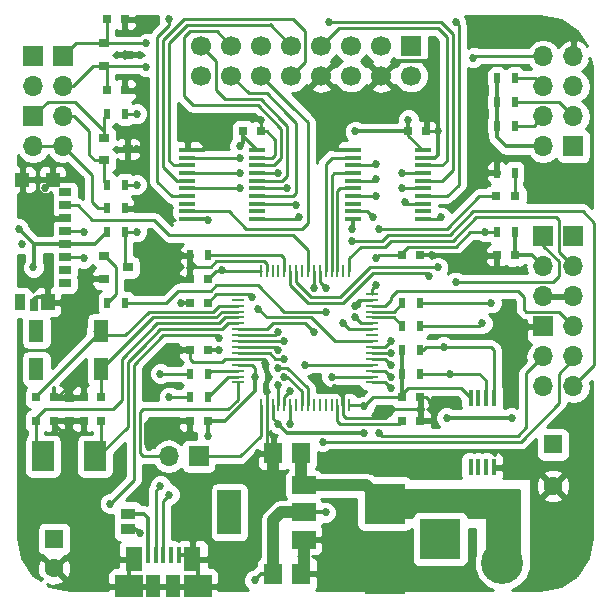
<source format=gtl>
G04 #@! TF.FileFunction,Copper,L1,Top,Signal*
%FSLAX46Y46*%
G04 Gerber Fmt 4.6, Leading zero omitted, Abs format (unit mm)*
G04 Created by KiCad (PCBNEW 4.0.7) date Sunday, May 05, 2019 'AMt' 09:17:00 AM*
%MOMM*%
%LPD*%
G01*
G04 APERTURE LIST*
%ADD10C,0.100000*%
%ADD11R,0.900000X0.800000*%
%ADD12R,0.800000X0.750000*%
%ADD13R,1.700000X1.700000*%
%ADD14O,1.700000X1.700000*%
%ADD15R,0.500000X0.900000*%
%ADD16R,1.000000X0.250000*%
%ADD17R,0.250000X1.000000*%
%ADD18R,1.300000X1.900000*%
%ADD19R,1.000000X0.700000*%
%ADD20R,1.200000X1.150000*%
%ADD21R,1.200000X1.450000*%
%ADD22R,0.700000X1.000000*%
%ADD23R,0.900000X1.450000*%
%ADD24R,1.600000X1.600000*%
%ADD25C,1.600000*%
%ADD26R,2.000000X3.800000*%
%ADD27R,2.000000X1.500000*%
%ADD28R,1.550000X1.800000*%
%ADD29R,0.450000X1.450000*%
%ADD30C,1.700000*%
%ADD31R,3.500000X3.500000*%
%ADD32R,1.450000X0.450000*%
%ADD33C,3.556000*%
%ADD34R,0.800000X0.800000*%
%ADD35R,0.450000X1.380000*%
%ADD36R,1.475000X2.100000*%
%ADD37R,2.375000X1.900000*%
%ADD38R,1.175000X1.900000*%
%ADD39R,1.900000X2.500000*%
%ADD40R,1.270000X0.970000*%
%ADD41C,0.685800*%
%ADD42C,0.350000*%
%ADD43C,0.250000*%
%ADD44C,1.000000*%
%ADD45C,1.500000*%
%ADD46C,0.300000*%
%ADD47C,0.254000*%
G04 APERTURE END LIST*
D10*
D11*
X133000000Y-103050000D03*
X133000000Y-104950000D03*
X135000000Y-104000000D03*
D12*
X134750000Y-101000000D03*
X133250000Y-101000000D03*
X134750000Y-107000000D03*
X133250000Y-107000000D03*
X127250000Y-133000000D03*
X128750000Y-133000000D03*
X158250000Y-135000000D03*
X159750000Y-135000000D03*
X132750000Y-133000000D03*
X131250000Y-133000000D03*
X159750000Y-133000000D03*
X158250000Y-133000000D03*
X140250000Y-129000000D03*
X141750000Y-129000000D03*
X140250000Y-123000000D03*
X141750000Y-123000000D03*
X159750000Y-121000000D03*
X158250000Y-121000000D03*
X140250000Y-135000000D03*
X141750000Y-135000000D03*
X166250000Y-121000000D03*
X167750000Y-121000000D03*
D13*
X172720000Y-111760000D03*
D14*
X170180000Y-111760000D03*
X172720000Y-109220000D03*
X170180000Y-109220000D03*
X172720000Y-106680000D03*
X170180000Y-106680000D03*
X172720000Y-104140000D03*
X170180000Y-104140000D03*
D15*
X140250000Y-133000000D03*
X141750000Y-133000000D03*
X140250000Y-131000000D03*
X141750000Y-131000000D03*
X141750000Y-121000000D03*
X140250000Y-121000000D03*
X167750000Y-119000000D03*
X166250000Y-119000000D03*
D16*
X144300000Y-124250000D03*
X144300000Y-124750000D03*
X144300000Y-125250000D03*
X144300000Y-125750000D03*
X144300000Y-126250000D03*
X144300000Y-126750000D03*
X144300000Y-127250000D03*
X144300000Y-127750000D03*
X144300000Y-128250000D03*
X144300000Y-128750000D03*
X144300000Y-129250000D03*
X144300000Y-129750000D03*
X144300000Y-130250000D03*
X144300000Y-130750000D03*
X144300000Y-131250000D03*
X144300000Y-131750000D03*
D17*
X146250000Y-133700000D03*
X146750000Y-133700000D03*
X147250000Y-133700000D03*
X147750000Y-133700000D03*
X148250000Y-133700000D03*
X148750000Y-133700000D03*
X149250000Y-133700000D03*
X149750000Y-133700000D03*
X150250000Y-133700000D03*
X150750000Y-133700000D03*
X151250000Y-133700000D03*
X151750000Y-133700000D03*
X152250000Y-133700000D03*
X152750000Y-133700000D03*
X153250000Y-133700000D03*
X153750000Y-133700000D03*
D16*
X155700000Y-131750000D03*
X155700000Y-131250000D03*
X155700000Y-130750000D03*
X155700000Y-130250000D03*
X155700000Y-129750000D03*
X155700000Y-129250000D03*
X155700000Y-128750000D03*
X155700000Y-128250000D03*
X155700000Y-127750000D03*
X155700000Y-127250000D03*
X155700000Y-126750000D03*
X155700000Y-126250000D03*
X155700000Y-125750000D03*
X155700000Y-125250000D03*
X155700000Y-124750000D03*
X155700000Y-124250000D03*
D17*
X153750000Y-122300000D03*
X153250000Y-122300000D03*
X152750000Y-122300000D03*
X152250000Y-122300000D03*
X151750000Y-122300000D03*
X151250000Y-122300000D03*
X150750000Y-122300000D03*
X150250000Y-122300000D03*
X149750000Y-122300000D03*
X149250000Y-122300000D03*
X148750000Y-122300000D03*
X148250000Y-122300000D03*
X147750000Y-122300000D03*
X147250000Y-122300000D03*
X146750000Y-122300000D03*
X146250000Y-122300000D03*
D18*
X132750000Y-127400000D03*
X127250000Y-127400000D03*
X127250000Y-130600000D03*
X132750000Y-130600000D03*
D19*
X129690000Y-120050000D03*
X129690000Y-121150000D03*
X129690000Y-122250000D03*
X129690000Y-123350000D03*
X129690000Y-118950000D03*
X129690000Y-117850000D03*
X129690000Y-116750000D03*
X129690000Y-115650000D03*
D20*
X128640000Y-114575000D03*
X126050000Y-114575000D03*
D21*
X128200000Y-124975000D03*
D22*
X127050000Y-125200000D03*
D23*
X125900000Y-124975000D03*
D24*
X171000000Y-137000000D03*
D25*
X171000000Y-140500000D03*
D24*
X128750000Y-145000000D03*
D25*
X128750000Y-147500000D03*
D15*
X166250000Y-108000000D03*
X167750000Y-108000000D03*
X166250000Y-110000000D03*
X167750000Y-110000000D03*
X166250000Y-106000000D03*
X167750000Y-106000000D03*
D26*
X143600000Y-142750000D03*
D27*
X149900000Y-142750000D03*
X149900000Y-140450000D03*
X149900000Y-145050000D03*
D28*
X149675000Y-137750000D03*
X147325000Y-137750000D03*
X147313000Y-147966000D03*
X149663000Y-147966000D03*
D15*
X158250000Y-129000000D03*
X159750000Y-129000000D03*
X159750000Y-131000000D03*
X158250000Y-131000000D03*
D29*
X164025000Y-138950000D03*
X164675000Y-138950000D03*
X165325000Y-138950000D03*
X165975000Y-138950000D03*
X165975000Y-133050000D03*
X165325000Y-133050000D03*
X164675000Y-133050000D03*
X164025000Y-133050000D03*
D13*
X159000000Y-103250000D03*
D30*
X159000000Y-105790000D03*
X156460000Y-103250000D03*
X156460000Y-105790000D03*
X153920000Y-103250000D03*
X153920000Y-105790000D03*
X151380000Y-103250000D03*
X151380000Y-105790000D03*
X148840000Y-103250000D03*
X148840000Y-105790000D03*
X146300000Y-103250000D03*
X146300000Y-105790000D03*
X143760000Y-103250000D03*
X143760000Y-105790000D03*
X141220000Y-103250000D03*
X141220000Y-105790000D03*
D12*
X140250000Y-125000000D03*
X141750000Y-125000000D03*
D13*
X129540000Y-104140000D03*
D14*
X129540000Y-106680000D03*
D13*
X127000000Y-109220000D03*
D14*
X129540000Y-109220000D03*
X127000000Y-111760000D03*
X129540000Y-111760000D03*
D31*
X156750000Y-142000000D03*
X156750000Y-148000000D03*
X161450000Y-145000000D03*
D13*
X170180000Y-119380000D03*
D14*
X170180000Y-121920000D03*
X170180000Y-124460000D03*
D13*
X170180000Y-127000000D03*
D14*
X170180000Y-129540000D03*
X170180000Y-132080000D03*
D15*
X134750000Y-125000000D03*
X133250000Y-125000000D03*
X133250000Y-119000000D03*
X134750000Y-119000000D03*
D11*
X133000000Y-111050000D03*
X133000000Y-112950000D03*
X135000000Y-112000000D03*
D15*
X134750000Y-109000000D03*
X133250000Y-109000000D03*
X134750000Y-115000000D03*
X133250000Y-115000000D03*
X134750000Y-117000000D03*
X133250000Y-117000000D03*
D13*
X127000000Y-104140000D03*
D14*
X127000000Y-106680000D03*
D32*
X140050000Y-112075000D03*
X140050000Y-112725000D03*
X140050000Y-113375000D03*
X140050000Y-114025000D03*
X140050000Y-114675000D03*
X140050000Y-115325000D03*
X140050000Y-115975000D03*
X140050000Y-116625000D03*
X140050000Y-117275000D03*
X140050000Y-117925000D03*
X145950000Y-117925000D03*
X145950000Y-117275000D03*
X145950000Y-116625000D03*
X145950000Y-115975000D03*
X145950000Y-115325000D03*
X145950000Y-114675000D03*
X145950000Y-114025000D03*
X145950000Y-113375000D03*
X145950000Y-112725000D03*
X145950000Y-112075000D03*
X154050000Y-112075000D03*
X154050000Y-112725000D03*
X154050000Y-113375000D03*
X154050000Y-114025000D03*
X154050000Y-114675000D03*
X154050000Y-115325000D03*
X154050000Y-115975000D03*
X154050000Y-116625000D03*
X154050000Y-117275000D03*
X154050000Y-117925000D03*
X159950000Y-117925000D03*
X159950000Y-117275000D03*
X159950000Y-116625000D03*
X159950000Y-115975000D03*
X159950000Y-115325000D03*
X159950000Y-114675000D03*
X159950000Y-114025000D03*
X159950000Y-113375000D03*
X159950000Y-112725000D03*
X159950000Y-112075000D03*
D12*
X158750000Y-110500000D03*
X160250000Y-110500000D03*
X144750000Y-110500000D03*
X146250000Y-110500000D03*
D33*
X166710000Y-147000000D03*
X171790000Y-147000000D03*
D34*
X166200000Y-116000000D03*
X167800000Y-116000000D03*
D15*
X167750000Y-114000000D03*
X166250000Y-114000000D03*
D12*
X131250000Y-135000000D03*
X132750000Y-135000000D03*
X128750000Y-135000000D03*
X127250000Y-135000000D03*
D35*
X136700000Y-146340000D03*
X137350000Y-146340000D03*
X138000000Y-146340000D03*
X138650000Y-146340000D03*
X139300000Y-146340000D03*
D36*
X135537500Y-146700000D03*
X140462500Y-146700000D03*
D37*
X135090000Y-149000000D03*
X140910000Y-149000000D03*
D38*
X137160000Y-149000000D03*
X138840000Y-149000000D03*
D15*
X159750000Y-125000000D03*
X158250000Y-125000000D03*
X159750000Y-127000000D03*
X158250000Y-127000000D03*
D39*
X132200000Y-138000000D03*
X127800000Y-138000000D03*
D13*
X141000000Y-138000000D03*
D14*
X138460000Y-138000000D03*
D13*
X172720000Y-119380000D03*
D14*
X172720000Y-121920000D03*
X172720000Y-124460000D03*
X172720000Y-127000000D03*
X172720000Y-129540000D03*
X172720000Y-132080000D03*
D11*
X133000000Y-121050000D03*
X133000000Y-122950000D03*
X135000000Y-122000000D03*
D40*
X135000000Y-142860000D03*
X135000000Y-144140000D03*
D41*
X162000000Y-134750000D03*
X167500000Y-134750000D03*
X141750000Y-111750000D03*
X152250000Y-111750000D03*
X167250000Y-138500000D03*
X151750000Y-145000000D03*
X161250000Y-110500000D03*
X168000000Y-122250000D03*
X165250000Y-121000000D03*
X160750000Y-121000000D03*
X136750000Y-137250000D03*
X154000000Y-118750000D03*
X154250000Y-125250000D03*
X141750000Y-118000000D03*
X131000000Y-114500000D03*
X130500000Y-131500000D03*
X146000000Y-137750000D03*
X152500000Y-132250000D03*
X160750000Y-133500000D03*
X128000000Y-115250000D03*
X129500000Y-136000000D03*
X132000000Y-123000000D03*
X146250000Y-109500000D03*
X139500000Y-129000000D03*
X165250000Y-114000000D03*
X147250000Y-140500000D03*
X139500000Y-121000000D03*
X139500000Y-123000000D03*
X139500000Y-125000000D03*
X135750000Y-107000000D03*
X135750000Y-112000000D03*
X135750000Y-117000000D03*
X136000000Y-101000000D03*
X136000000Y-104000000D03*
X145500000Y-124500000D03*
X133500000Y-142000000D03*
X142750000Y-128000000D03*
X126000000Y-120000000D03*
X127000000Y-122000000D03*
X145750000Y-148500000D03*
X143000000Y-122250000D03*
X141750000Y-136250000D03*
X142750000Y-129000000D03*
X145750000Y-131250000D03*
X155000000Y-136000000D03*
X155000000Y-133750000D03*
X156000000Y-121250000D03*
X156000000Y-123500000D03*
X151750000Y-142750000D03*
X165250000Y-119000000D03*
X125750000Y-118750000D03*
X147750000Y-135250000D03*
X154250000Y-110500000D03*
X144500000Y-111750000D03*
X136000000Y-144500000D03*
X158750000Y-109500000D03*
X151500000Y-136750000D03*
X150750000Y-127500000D03*
X150750000Y-123750000D03*
X154000000Y-119750000D03*
X148750000Y-135250000D03*
X131250000Y-121250000D03*
X131250000Y-119000000D03*
X150000000Y-130250000D03*
X152250000Y-131250000D03*
X151750000Y-125750000D03*
X157250000Y-132250000D03*
X161500000Y-117750000D03*
X161750000Y-128750000D03*
X160500000Y-122750000D03*
X162250000Y-131000000D03*
X161250000Y-122000000D03*
X135750000Y-115000000D03*
X148750000Y-132500000D03*
X135750000Y-109000000D03*
X147750000Y-132000000D03*
X146000000Y-125500000D03*
X144500000Y-115250000D03*
X144500000Y-114000000D03*
X148250000Y-131250000D03*
X147750000Y-130500000D03*
X144500000Y-112750000D03*
X153250000Y-126750000D03*
X164250000Y-104250000D03*
X154250000Y-126250000D03*
X135750000Y-119000000D03*
X162750000Y-123250000D03*
X157250000Y-131250000D03*
X156250000Y-136000000D03*
X155750000Y-117750000D03*
X136550000Y-103050000D03*
X138500000Y-133000000D03*
X136500000Y-105000000D03*
X137750000Y-131000000D03*
X156000000Y-116000000D03*
X156000000Y-114500000D03*
X156000000Y-113250000D03*
X162750000Y-101250000D03*
X152000000Y-101250000D03*
X138500000Y-101000000D03*
X147750000Y-114000000D03*
X147750000Y-127500000D03*
X148500000Y-115250000D03*
X148250000Y-128250000D03*
X149250000Y-116750000D03*
X147750000Y-129000000D03*
X149500000Y-117750000D03*
X148250000Y-129750000D03*
X157250000Y-130250000D03*
X158500000Y-116500000D03*
X157250000Y-129250000D03*
X158250000Y-115250000D03*
X157250000Y-128250000D03*
X158250000Y-114000000D03*
X151750000Y-123750000D03*
X156250000Y-118750000D03*
X165000000Y-126750000D03*
X137750000Y-140500000D03*
X165750000Y-125000000D03*
X138500000Y-141250000D03*
D42*
X162000000Y-134750000D02*
X167500000Y-134750000D01*
X140050000Y-112075000D02*
X141425000Y-112075000D01*
X141425000Y-112075000D02*
X141750000Y-111750000D01*
X154050000Y-112075000D02*
X152575000Y-112075000D01*
X152575000Y-112075000D02*
X152250000Y-111750000D01*
X165975000Y-138950000D02*
X166800000Y-138950000D01*
X166800000Y-138950000D02*
X167250000Y-138500000D01*
X149900000Y-145050000D02*
X151700000Y-145050000D01*
X151700000Y-145050000D02*
X151750000Y-145000000D01*
X149663000Y-147966000D02*
X156716000Y-147966000D01*
X156716000Y-147966000D02*
X156750000Y-148000000D01*
D43*
X144300000Y-129750000D02*
X146500000Y-129750000D01*
X146750000Y-131250000D02*
X146750000Y-133700000D01*
X146750000Y-130000000D02*
X146750000Y-131250000D01*
X146500000Y-129750000D02*
X146750000Y-130000000D01*
X144300000Y-129750000D02*
X143250000Y-129750000D01*
X140250000Y-129750000D02*
X140250000Y-129000000D01*
X140500000Y-130000000D02*
X140250000Y-129750000D01*
X143000000Y-130000000D02*
X140500000Y-130000000D01*
X143250000Y-129750000D02*
X143000000Y-130000000D01*
X153250000Y-133700000D02*
X153250000Y-134500000D01*
X157500000Y-134000000D02*
X159750000Y-134000000D01*
X156750000Y-134750000D02*
X157500000Y-134000000D01*
X153500000Y-134750000D02*
X156750000Y-134750000D01*
X153250000Y-134500000D02*
X153500000Y-134750000D01*
D42*
X139300000Y-146340000D02*
X140102500Y-146340000D01*
X140102500Y-146340000D02*
X140462500Y-146700000D01*
X168000000Y-122250000D02*
X165500000Y-122250000D01*
X165500000Y-122250000D02*
X165250000Y-122000000D01*
X165250000Y-122000000D02*
X165250000Y-121000000D01*
X160750000Y-121000000D02*
X165250000Y-121000000D01*
X166250000Y-121000000D02*
X165250000Y-121000000D01*
X160750000Y-121000000D02*
X159750000Y-121000000D01*
X140250000Y-135000000D02*
X136750000Y-135000000D01*
X136500000Y-137000000D02*
X136750000Y-137250000D01*
X136500000Y-135250000D02*
X136500000Y-137000000D01*
X136750000Y-135000000D02*
X136500000Y-135250000D01*
X154050000Y-118700000D02*
X154000000Y-118750000D01*
X154050000Y-117925000D02*
X154050000Y-118700000D01*
D43*
X154750000Y-124750000D02*
X154250000Y-125250000D01*
X154750000Y-124750000D02*
X155700000Y-124750000D01*
D42*
X140050000Y-117925000D02*
X141675000Y-117925000D01*
X141675000Y-117925000D02*
X141750000Y-118000000D01*
X128640000Y-114575000D02*
X130925000Y-114575000D01*
X130925000Y-114575000D02*
X131000000Y-114500000D01*
D43*
X130500000Y-131500000D02*
X129000000Y-133000000D01*
D42*
X128750000Y-133000000D02*
X128750000Y-132250000D01*
X140250000Y-135000000D02*
X140250000Y-135250000D01*
X153250000Y-133700000D02*
X153250000Y-133000000D01*
X146000000Y-137750000D02*
X147325000Y-137750000D01*
X153250000Y-133000000D02*
X152500000Y-132250000D01*
D43*
X159750000Y-133000000D02*
X160250000Y-133000000D01*
X160250000Y-133000000D02*
X160750000Y-133500000D01*
X128640000Y-114575000D02*
X128640000Y-114610000D01*
X128640000Y-114610000D02*
X128000000Y-115250000D01*
X128750000Y-135000000D02*
X128750000Y-135250000D01*
X128750000Y-135250000D02*
X129500000Y-136000000D01*
X128750000Y-133000000D02*
X129000000Y-133000000D01*
X140250000Y-123000000D02*
X140250000Y-121000000D01*
X146750000Y-122300000D02*
X146750000Y-121750000D01*
X146750000Y-121750000D02*
X146500000Y-121500000D01*
X146500000Y-121500000D02*
X142500000Y-121500000D01*
X142500000Y-121500000D02*
X142000000Y-122000000D01*
X142000000Y-122000000D02*
X140750000Y-122000000D01*
X140750000Y-122000000D02*
X140250000Y-121500000D01*
X140250000Y-121500000D02*
X140250000Y-121000000D01*
X133000000Y-122950000D02*
X132050000Y-122950000D01*
X132050000Y-122950000D02*
X132000000Y-123000000D01*
X145950000Y-112725000D02*
X147225000Y-112725000D01*
X146750000Y-110500000D02*
X146250000Y-110500000D01*
X147500000Y-111250000D02*
X146750000Y-110500000D01*
X147500000Y-112450000D02*
X147500000Y-111250000D01*
X147225000Y-112725000D02*
X147500000Y-112450000D01*
X160250000Y-110500000D02*
X161250000Y-110500000D01*
X146250000Y-110500000D02*
X146250000Y-109500000D01*
D42*
X159950000Y-112725000D02*
X161025000Y-112725000D01*
X157750000Y-104500000D02*
X156460000Y-105790000D01*
X160500000Y-104500000D02*
X157750000Y-104500000D01*
X161250000Y-105250000D02*
X160500000Y-104500000D01*
X161250000Y-112500000D02*
X161250000Y-110500000D01*
X161250000Y-110500000D02*
X161250000Y-105250000D01*
X161025000Y-112725000D02*
X161250000Y-112500000D01*
D43*
X146750000Y-133700000D02*
X146750000Y-137175000D01*
X146750000Y-137175000D02*
X147325000Y-137750000D01*
D42*
X140250000Y-129000000D02*
X139500000Y-129000000D01*
X166250000Y-114000000D02*
X165250000Y-114000000D01*
X159750000Y-133000000D02*
X159750000Y-134000000D01*
X159750000Y-134000000D02*
X159750000Y-135000000D01*
D44*
X147325000Y-137750000D02*
X147325000Y-140425000D01*
X147325000Y-140425000D02*
X147250000Y-140500000D01*
X149900000Y-145050000D02*
X149900000Y-147729000D01*
X149900000Y-147729000D02*
X149663000Y-147966000D01*
D42*
X140250000Y-121000000D02*
X139500000Y-121000000D01*
X140250000Y-123000000D02*
X139500000Y-123000000D01*
X140250000Y-125000000D02*
X139500000Y-125000000D01*
X134750000Y-107000000D02*
X135750000Y-107000000D01*
X135000000Y-112000000D02*
X135750000Y-112000000D01*
X134750000Y-117000000D02*
X135750000Y-117000000D01*
X129690000Y-117850000D02*
X126350000Y-117850000D01*
X126050000Y-117550000D02*
X126050000Y-114575000D01*
X126350000Y-117850000D02*
X126050000Y-117550000D01*
X128640000Y-114575000D02*
X126050000Y-114575000D01*
X134750000Y-101000000D02*
X136000000Y-101000000D01*
X135000000Y-104000000D02*
X136000000Y-104000000D01*
X134750000Y-103750000D02*
X135000000Y-104000000D01*
X134750000Y-104250000D02*
X135000000Y-104000000D01*
X128200000Y-124475000D02*
X127275000Y-124475000D01*
X127275000Y-124475000D02*
X127050000Y-124700000D01*
D43*
X131250000Y-133000000D02*
X128750000Y-133000000D01*
X131250000Y-135000000D02*
X128750000Y-135000000D01*
D42*
X138840000Y-149000000D02*
X137160000Y-149000000D01*
X140910000Y-149000000D02*
X138840000Y-149000000D01*
X135090000Y-149000000D02*
X137160000Y-149000000D01*
X140910000Y-149000000D02*
X140910000Y-147147500D01*
X140910000Y-147147500D02*
X140462500Y-146700000D01*
X135090000Y-149000000D02*
X135090000Y-147147500D01*
X135090000Y-147147500D02*
X135537500Y-146700000D01*
D43*
X145250000Y-124250000D02*
X145500000Y-124500000D01*
X144300000Y-124250000D02*
X145250000Y-124250000D01*
X135500000Y-140000000D02*
X133500000Y-142000000D01*
X135500000Y-137250000D02*
X135500000Y-140000000D01*
X135500000Y-130250000D02*
X135500000Y-137250000D01*
X138000000Y-127750000D02*
X135500000Y-130250000D01*
X142500000Y-127750000D02*
X138000000Y-127750000D01*
X142750000Y-128000000D02*
X142500000Y-127750000D01*
X144300000Y-124250000D02*
X142500000Y-124250000D01*
X142500000Y-124250000D02*
X141750000Y-125000000D01*
D42*
X126050000Y-120050000D02*
X126000000Y-120000000D01*
D43*
X144300000Y-130750000D02*
X142000000Y-130750000D01*
X142000000Y-130750000D02*
X141750000Y-131000000D01*
X144300000Y-131250000D02*
X143500000Y-131250000D01*
X143500000Y-131250000D02*
X141750000Y-133000000D01*
D42*
X127000000Y-122000000D02*
X127050000Y-121950000D01*
X127050000Y-120050000D02*
X127050000Y-121950000D01*
D43*
X144300000Y-130250000D02*
X145500000Y-130250000D01*
X145750000Y-130500000D02*
X145750000Y-131250000D01*
X145500000Y-130250000D02*
X145750000Y-130500000D01*
X158250000Y-133000000D02*
X155750000Y-133000000D01*
X155750000Y-133000000D02*
X155000000Y-133750000D01*
D42*
X147313000Y-147966000D02*
X146284000Y-147966000D01*
X146284000Y-147966000D02*
X145750000Y-148500000D01*
X143000000Y-122250000D02*
X143000000Y-122300000D01*
X143000000Y-122300000D02*
X143000000Y-122250000D01*
X143000000Y-122250000D02*
X143000000Y-122300000D01*
X141750000Y-135000000D02*
X141750000Y-136250000D01*
X145750000Y-131250000D02*
X145750000Y-131750000D01*
X145750000Y-132500000D02*
X143250000Y-135000000D01*
X145750000Y-131750000D02*
X145750000Y-132500000D01*
X141750000Y-135000000D02*
X143250000Y-135000000D01*
X142750000Y-129000000D02*
X141750000Y-129000000D01*
X147750000Y-135250000D02*
X148500000Y-136000000D01*
X148500000Y-136000000D02*
X155000000Y-136000000D01*
D43*
X155000000Y-133750000D02*
X155000000Y-133700000D01*
X155000000Y-133700000D02*
X155000000Y-133750000D01*
X155000000Y-133750000D02*
X155000000Y-133700000D01*
X155700000Y-124250000D02*
X155700000Y-123800000D01*
X156250000Y-121000000D02*
X158250000Y-121000000D01*
X156000000Y-121250000D02*
X156250000Y-121000000D01*
X155700000Y-123800000D02*
X156000000Y-123500000D01*
D42*
X149900000Y-142750000D02*
X151750000Y-142750000D01*
D43*
X158250000Y-121000000D02*
X158250000Y-120750000D01*
X158250000Y-120750000D02*
X158750000Y-120250000D01*
X158750000Y-120250000D02*
X162250000Y-120250000D01*
X162250000Y-120250000D02*
X162750000Y-120250000D01*
X162750000Y-120250000D02*
X164000000Y-119000000D01*
X164000000Y-119000000D02*
X165250000Y-119000000D01*
X165250000Y-119000000D02*
X166250000Y-119000000D01*
D42*
X129690000Y-120050000D02*
X127050000Y-120050000D01*
X127050000Y-120050000D02*
X125750000Y-118750000D01*
D43*
X158250000Y-133000000D02*
X158250000Y-132750000D01*
X158250000Y-132750000D02*
X158750000Y-132250000D01*
X163225000Y-132250000D02*
X164025000Y-133050000D01*
X158750000Y-132250000D02*
X163225000Y-132250000D01*
X147250000Y-133700000D02*
X147250000Y-134750000D01*
X147250000Y-134750000D02*
X147750000Y-135250000D01*
D42*
X158250000Y-131000000D02*
X158250000Y-133000000D01*
X158250000Y-129000000D02*
X158250000Y-131000000D01*
D44*
X149900000Y-142750000D02*
X148000000Y-142750000D01*
X147313000Y-143437000D02*
X147313000Y-147966000D01*
X148000000Y-142750000D02*
X147313000Y-143437000D01*
D42*
X129690000Y-120050000D02*
X132200000Y-120050000D01*
X132200000Y-120050000D02*
X133250000Y-119000000D01*
X170180000Y-111760000D02*
X167010000Y-111760000D01*
X166250000Y-111000000D02*
X166250000Y-110000000D01*
X167010000Y-111760000D02*
X166250000Y-111000000D01*
X166250000Y-110000000D02*
X166250000Y-108000000D01*
X166250000Y-106000000D02*
X166250000Y-108000000D01*
D43*
X146250000Y-122300000D02*
X145250000Y-122300000D01*
X145250000Y-122300000D02*
X143000000Y-122300000D01*
X143000000Y-122300000D02*
X142450000Y-122300000D01*
X142450000Y-122300000D02*
X141750000Y-123000000D01*
X153750000Y-133700000D02*
X155000000Y-133700000D01*
D42*
X144750000Y-110500000D02*
X144750000Y-111500000D01*
X154250000Y-110500000D02*
X158750000Y-110500000D01*
X144750000Y-111500000D02*
X144500000Y-111750000D01*
D45*
X166710000Y-147000000D02*
X166710000Y-142710000D01*
X166710000Y-142710000D02*
X166000000Y-142000000D01*
X166000000Y-142000000D02*
X156750000Y-142000000D01*
D42*
X135000000Y-144140000D02*
X135640000Y-144140000D01*
X135640000Y-144140000D02*
X136000000Y-144500000D01*
X158750000Y-109500000D02*
X158750000Y-110500000D01*
D43*
X158750000Y-110500000D02*
X158750000Y-110875000D01*
X158750000Y-110875000D02*
X159950000Y-112075000D01*
D42*
X144750000Y-110500000D02*
X144750000Y-110875000D01*
X144750000Y-110875000D02*
X145950000Y-112075000D01*
D44*
X149900000Y-140450000D02*
X155200000Y-140450000D01*
X155200000Y-140450000D02*
X156750000Y-142000000D01*
X149675000Y-137750000D02*
X149675000Y-140225000D01*
X149675000Y-140225000D02*
X149900000Y-140450000D01*
D45*
X156750000Y-142000000D02*
X166000000Y-142000000D01*
D42*
X167750000Y-121000000D02*
X167750000Y-119000000D01*
X167750000Y-121000000D02*
X169260000Y-121000000D01*
X169260000Y-121000000D02*
X170180000Y-121920000D01*
D43*
X153750000Y-122300000D02*
X153750000Y-121250000D01*
X171500000Y-120700000D02*
X172720000Y-121920000D01*
X171500000Y-118000000D02*
X171500000Y-120700000D01*
X171250000Y-117750000D02*
X171500000Y-118000000D01*
X164500000Y-117750000D02*
X171250000Y-117750000D01*
X162500000Y-119750000D02*
X164500000Y-117750000D01*
X157250000Y-119750000D02*
X162500000Y-119750000D01*
X156750000Y-120250000D02*
X157250000Y-119750000D01*
X154750000Y-120250000D02*
X156750000Y-120250000D01*
X153750000Y-121250000D02*
X154750000Y-120250000D01*
X157250000Y-124750000D02*
X157250000Y-124500000D01*
X171500000Y-125750000D02*
X168750000Y-125750000D01*
X168750000Y-125750000D02*
X168500000Y-125500000D01*
X168500000Y-125500000D02*
X168500000Y-124500000D01*
X171500000Y-125750000D02*
X172720000Y-126970000D01*
X168000000Y-124000000D02*
X168500000Y-124500000D01*
X157750000Y-124000000D02*
X168000000Y-124000000D01*
X157250000Y-124500000D02*
X157750000Y-124000000D01*
X172720000Y-127000000D02*
X172720000Y-126970000D01*
X155700000Y-125250000D02*
X156750000Y-125250000D01*
X156750000Y-125250000D02*
X157250000Y-124750000D01*
X150000000Y-126750000D02*
X150750000Y-127500000D01*
X151500000Y-136750000D02*
X152500000Y-136750000D01*
X147250000Y-126750000D02*
X150000000Y-126750000D01*
X144300000Y-127250000D02*
X146750000Y-127250000D01*
X171500000Y-131000000D02*
X172720000Y-129780000D01*
X152500000Y-136750000D02*
X167000000Y-136750000D01*
X167000000Y-136750000D02*
X168250000Y-136750000D01*
X168250000Y-136750000D02*
X171500000Y-133500000D01*
X171500000Y-133500000D02*
X171500000Y-131000000D01*
X146750000Y-127250000D02*
X147250000Y-126750000D01*
X172720000Y-129780000D02*
X172720000Y-129540000D01*
X172720000Y-129540000D02*
X172720000Y-129470000D01*
X150750000Y-122300000D02*
X150750000Y-123750000D01*
X174500000Y-130300000D02*
X172720000Y-132080000D01*
X154000000Y-119750000D02*
X156500000Y-119750000D01*
X156500000Y-119750000D02*
X157000000Y-119250000D01*
X157000000Y-119250000D02*
X162250000Y-119250000D01*
X162250000Y-119250000D02*
X164250000Y-117250000D01*
X164250000Y-117250000D02*
X173500000Y-117250000D01*
X173500000Y-117250000D02*
X174500000Y-118250000D01*
X174500000Y-118250000D02*
X174500000Y-130300000D01*
X167750000Y-108000000D02*
X171500000Y-108000000D01*
X171500000Y-108000000D02*
X172720000Y-109220000D01*
X167750000Y-110000000D02*
X169400000Y-110000000D01*
X169400000Y-110000000D02*
X170180000Y-109220000D01*
X148250000Y-122300000D02*
X148250000Y-121250000D01*
X148000000Y-121000000D02*
X141750000Y-121000000D01*
X148250000Y-121250000D02*
X148000000Y-121000000D01*
X148750000Y-135250000D02*
X148750000Y-133700000D01*
X131150000Y-121150000D02*
X131250000Y-121250000D01*
X129690000Y-121150000D02*
X131150000Y-121150000D01*
X129690000Y-118950000D02*
X131200000Y-118950000D01*
X131200000Y-118950000D02*
X131250000Y-119000000D01*
X150000000Y-130250000D02*
X155700000Y-130250000D01*
X149500000Y-119750000D02*
X149000000Y-119250000D01*
X138750000Y-119250000D02*
X138500000Y-119250000D01*
X149000000Y-119250000D02*
X138750000Y-119250000D01*
X129690000Y-116750000D02*
X130750000Y-116750000D01*
X137250000Y-118000000D02*
X138500000Y-119250000D01*
X132000000Y-118000000D02*
X137250000Y-118000000D01*
X130750000Y-116750000D02*
X132000000Y-118000000D01*
X150250000Y-120500000D02*
X150250000Y-122300000D01*
X149500000Y-119750000D02*
X150250000Y-120500000D01*
X152750000Y-133700000D02*
X152750000Y-135000000D01*
X153000000Y-135250000D02*
X158000000Y-135250000D01*
X152750000Y-135000000D02*
X153000000Y-135250000D01*
X158000000Y-135250000D02*
X158250000Y-135000000D01*
X148250000Y-125750000D02*
X151750000Y-125750000D01*
X152250000Y-131250000D02*
X155700000Y-131250000D01*
X145250000Y-123500000D02*
X146000000Y-123500000D01*
X146000000Y-123500000D02*
X148250000Y-125750000D01*
X134750000Y-125000000D02*
X138250000Y-125000000D01*
X142500000Y-123500000D02*
X145250000Y-123500000D01*
X142000000Y-124000000D02*
X142500000Y-123500000D01*
X139250000Y-124000000D02*
X142000000Y-124000000D01*
X138250000Y-125000000D02*
X139250000Y-124000000D01*
X155700000Y-131750000D02*
X156750000Y-131750000D01*
X156750000Y-131750000D02*
X157250000Y-132250000D01*
X159950000Y-117925000D02*
X161325000Y-117925000D01*
X161325000Y-117925000D02*
X161500000Y-117750000D01*
X160000000Y-122500000D02*
X160250000Y-122500000D01*
X148750000Y-123500000D02*
X150250000Y-125000000D01*
X150250000Y-125000000D02*
X153250000Y-125000000D01*
X153250000Y-125000000D02*
X155750000Y-122500000D01*
X155750000Y-122500000D02*
X160000000Y-122500000D01*
X148750000Y-122300000D02*
X148750000Y-123500000D01*
X160250000Y-122500000D02*
X160500000Y-122750000D01*
X159750000Y-129000000D02*
X160000000Y-129000000D01*
X160000000Y-129000000D02*
X160250000Y-128750000D01*
X160250000Y-128750000D02*
X161750000Y-128750000D01*
X161750000Y-128750000D02*
X165750000Y-128750000D01*
X165750000Y-128750000D02*
X165975000Y-128975000D01*
X165975000Y-128975000D02*
X165975000Y-133050000D01*
X161000000Y-122000000D02*
X161250000Y-122000000D01*
X149250000Y-123250000D02*
X150500000Y-124500000D01*
X150500000Y-124500000D02*
X153000000Y-124500000D01*
X153000000Y-124500000D02*
X155500000Y-122000000D01*
X155500000Y-122000000D02*
X161000000Y-122000000D01*
X149250000Y-122300000D02*
X149250000Y-123250000D01*
X159750000Y-131000000D02*
X162250000Y-131000000D01*
X162250000Y-131000000D02*
X164750000Y-131000000D01*
X165325000Y-131575000D02*
X165325000Y-133050000D01*
X164750000Y-131000000D02*
X165325000Y-131575000D01*
X134750000Y-115000000D02*
X135750000Y-115000000D01*
X148750000Y-132500000D02*
X148250000Y-133000000D01*
X148250000Y-133000000D02*
X148250000Y-133700000D01*
X134750000Y-109000000D02*
X135750000Y-109000000D01*
X147750000Y-132000000D02*
X147750000Y-133700000D01*
X150250000Y-126250000D02*
X150500000Y-126250000D01*
X152500000Y-128250000D02*
X155700000Y-128250000D01*
X150500000Y-126250000D02*
X152500000Y-128250000D01*
X144425000Y-115325000D02*
X144500000Y-115250000D01*
X140050000Y-115325000D02*
X144425000Y-115325000D01*
X146750000Y-126250000D02*
X150250000Y-126250000D01*
X146000000Y-125500000D02*
X146750000Y-126250000D01*
X149750000Y-133700000D02*
X149750000Y-132500000D01*
X144475000Y-114025000D02*
X140050000Y-114025000D01*
X144500000Y-114000000D02*
X144475000Y-114025000D01*
X148500000Y-131250000D02*
X148250000Y-131250000D01*
X149750000Y-132500000D02*
X148500000Y-131250000D01*
X150250000Y-133700000D02*
X150250000Y-132250000D01*
X148500000Y-130500000D02*
X147750000Y-130500000D01*
X150250000Y-132250000D02*
X148500000Y-130500000D01*
X144475000Y-112725000D02*
X140050000Y-112725000D01*
X144500000Y-112750000D02*
X144475000Y-112725000D01*
X153750000Y-127250000D02*
X155700000Y-127250000D01*
X153250000Y-126750000D02*
X153750000Y-127250000D01*
X167750000Y-106000000D02*
X169500000Y-106000000D01*
X169500000Y-106000000D02*
X170180000Y-106680000D01*
X164360000Y-104140000D02*
X164250000Y-104250000D01*
X170180000Y-104140000D02*
X164360000Y-104140000D01*
X154750000Y-126750000D02*
X155700000Y-126750000D01*
X154250000Y-126250000D02*
X154750000Y-126750000D01*
X134750000Y-119000000D02*
X134750000Y-121750000D01*
X134750000Y-121750000D02*
X135000000Y-122000000D01*
X135750000Y-119000000D02*
X134750000Y-119000000D01*
X162750000Y-123250000D02*
X171000000Y-123250000D01*
X171000000Y-123250000D02*
X171500000Y-122750000D01*
X171500000Y-122750000D02*
X171500000Y-121500000D01*
X171500000Y-121500000D02*
X170180000Y-120180000D01*
X155700000Y-130750000D02*
X156750000Y-130750000D01*
X156750000Y-130750000D02*
X157250000Y-131250000D01*
X170180000Y-120180000D02*
X170180000Y-119380000D01*
X154050000Y-117275000D02*
X155275000Y-117275000D01*
X168750000Y-130970000D02*
X170180000Y-129540000D01*
X156250000Y-136000000D02*
X156500000Y-136250000D01*
X156500000Y-136250000D02*
X168000000Y-136250000D01*
X168000000Y-136250000D02*
X168750000Y-135500000D01*
X168750000Y-135500000D02*
X168750000Y-130970000D01*
X155275000Y-117275000D02*
X155750000Y-117750000D01*
X133000000Y-103050000D02*
X136550000Y-103050000D01*
X138500000Y-133000000D02*
X140250000Y-133000000D01*
X133250000Y-101000000D02*
X133250000Y-102800000D01*
X133250000Y-102800000D02*
X133000000Y-103050000D01*
X133000000Y-103050000D02*
X130630000Y-103050000D01*
X130630000Y-103050000D02*
X129540000Y-104140000D01*
X133000000Y-102950000D02*
X133000000Y-103220000D01*
X132800000Y-102750000D02*
X132800000Y-103200000D01*
X133000000Y-104950000D02*
X136450000Y-104950000D01*
X136450000Y-104950000D02*
X136500000Y-105000000D01*
X137750000Y-131000000D02*
X140250000Y-131000000D01*
X133000000Y-104950000D02*
X132050000Y-104950000D01*
X132050000Y-104950000D02*
X130320000Y-106680000D01*
X130320000Y-106680000D02*
X129540000Y-106680000D01*
X133250000Y-107000000D02*
X133250000Y-105200000D01*
X133250000Y-105200000D02*
X133000000Y-104950000D01*
X133000000Y-111050000D02*
X133000000Y-110500000D01*
X128220000Y-108000000D02*
X127000000Y-109220000D01*
X130500000Y-108000000D02*
X128220000Y-108000000D01*
X133000000Y-110500000D02*
X130500000Y-108000000D01*
X133000000Y-111050000D02*
X133000000Y-109250000D01*
X133000000Y-109250000D02*
X133250000Y-109000000D01*
X133000000Y-112950000D02*
X132200000Y-112950000D01*
X130470000Y-109220000D02*
X129540000Y-109220000D01*
X131750000Y-110500000D02*
X130470000Y-109220000D01*
X131750000Y-112500000D02*
X131750000Y-110500000D01*
X132200000Y-112950000D02*
X131750000Y-112500000D01*
X133000000Y-112950000D02*
X133000000Y-114750000D01*
X133000000Y-114750000D02*
X133250000Y-115000000D01*
X133250000Y-117000000D02*
X132500000Y-117000000D01*
X132000000Y-114220000D02*
X129540000Y-111760000D01*
X132000000Y-116500000D02*
X132000000Y-114220000D01*
X132500000Y-117000000D02*
X132000000Y-116500000D01*
X129540000Y-111760000D02*
X127000000Y-111760000D01*
X146250000Y-133700000D02*
X146250000Y-136250000D01*
X144500000Y-138000000D02*
X141000000Y-138000000D01*
X146250000Y-136250000D02*
X144500000Y-138000000D01*
X141000000Y-137250000D02*
X141000000Y-138000000D01*
X138750000Y-134000000D02*
X136250000Y-134000000D01*
X136250000Y-138000000D02*
X138460000Y-138000000D01*
X136000000Y-137750000D02*
X136250000Y-138000000D01*
X136000000Y-134250000D02*
X136000000Y-137750000D01*
X136250000Y-134000000D02*
X136000000Y-134250000D01*
X144300000Y-131750000D02*
X144300000Y-133200000D01*
X143500000Y-134000000D02*
X138750000Y-134000000D01*
X144300000Y-133200000D02*
X143500000Y-134000000D01*
X154050000Y-115975000D02*
X155975000Y-115975000D01*
X155975000Y-115975000D02*
X156000000Y-116000000D01*
X154050000Y-114675000D02*
X155825000Y-114675000D01*
X155825000Y-114675000D02*
X156000000Y-114500000D01*
X154050000Y-113375000D02*
X155875000Y-113375000D01*
X155875000Y-113375000D02*
X156000000Y-113250000D01*
X163000000Y-102000000D02*
X163000000Y-101500000D01*
X163000000Y-101500000D02*
X162750000Y-101250000D01*
X159950000Y-115975000D02*
X162025000Y-115975000D01*
X163000000Y-115000000D02*
X163000000Y-102000000D01*
X162025000Y-115975000D02*
X163000000Y-115000000D01*
X159950000Y-114675000D02*
X161575000Y-114675000D01*
X161500000Y-101250000D02*
X152000000Y-101250000D01*
X162500000Y-102250000D02*
X161500000Y-101250000D01*
X162500000Y-113750000D02*
X162500000Y-102250000D01*
X161575000Y-114675000D02*
X162500000Y-113750000D01*
X159950000Y-113375000D02*
X161625000Y-113375000D01*
X152880000Y-101750000D02*
X151380000Y-103250000D01*
X161250000Y-101750000D02*
X152880000Y-101750000D01*
X162000000Y-102500000D02*
X161250000Y-101750000D01*
X162000000Y-113000000D02*
X162000000Y-102500000D01*
X161625000Y-113375000D02*
X162000000Y-113000000D01*
X140000000Y-101500000D02*
X147090000Y-101500000D01*
X147000000Y-101500000D02*
X147000000Y-101410000D01*
X147090000Y-101500000D02*
X147000000Y-101500000D01*
X140050000Y-113375000D02*
X138875000Y-113375000D01*
X147000000Y-101410000D02*
X148840000Y-103250000D01*
X138500000Y-103000000D02*
X140000000Y-101500000D01*
X138500000Y-113000000D02*
X138500000Y-103000000D01*
X138875000Y-113375000D02*
X138500000Y-113000000D01*
X139750000Y-101000000D02*
X149000000Y-101000000D01*
X140050000Y-114675000D02*
X139175000Y-114675000D01*
X150000000Y-104630000D02*
X148840000Y-105790000D01*
X150000000Y-102000000D02*
X150000000Y-104630000D01*
X149000000Y-101000000D02*
X150000000Y-102000000D01*
X138000000Y-102750000D02*
X139750000Y-101000000D01*
X138000000Y-113500000D02*
X138000000Y-102750000D01*
X139175000Y-114675000D02*
X138000000Y-113500000D01*
X140050000Y-115975000D02*
X138725000Y-115975000D01*
X138500000Y-101500000D02*
X138500000Y-101000000D01*
X137500000Y-102500000D02*
X138500000Y-101500000D01*
X137500000Y-114750000D02*
X137500000Y-102500000D01*
X138725000Y-115975000D02*
X137500000Y-114750000D01*
X150250000Y-116250000D02*
X150250000Y-109740000D01*
X150250000Y-109740000D02*
X149000000Y-108490000D01*
X140050000Y-117275000D02*
X143525000Y-117275000D01*
X149000000Y-108490000D02*
X146300000Y-105790000D01*
X150250000Y-118250000D02*
X150250000Y-116250000D01*
X149750000Y-118750000D02*
X150250000Y-118250000D01*
X145000000Y-118750000D02*
X149750000Y-118750000D01*
X143525000Y-117275000D02*
X145000000Y-118750000D01*
X147375000Y-113375000D02*
X148000000Y-112750000D01*
X148000000Y-110250000D02*
X146000000Y-108250000D01*
X148000000Y-112750000D02*
X148000000Y-110250000D01*
X139750000Y-107500000D02*
X139750000Y-102500000D01*
X145950000Y-113375000D02*
X147375000Y-113375000D01*
X140500000Y-108250000D02*
X139750000Y-107500000D01*
X146000000Y-108250000D02*
X140500000Y-108250000D01*
X142510000Y-102000000D02*
X143760000Y-103250000D01*
X140250000Y-102000000D02*
X142510000Y-102000000D01*
X139750000Y-102500000D02*
X140250000Y-102000000D01*
X149250000Y-113250000D02*
X149250000Y-109750000D01*
X149250000Y-109750000D02*
X148500000Y-109000000D01*
X145220000Y-107250000D02*
X143760000Y-105790000D01*
X146750000Y-107250000D02*
X145220000Y-107250000D01*
X148500000Y-109000000D02*
X146750000Y-107250000D01*
X145950000Y-115975000D02*
X149025000Y-115975000D01*
X149250000Y-115750000D02*
X149250000Y-113250000D01*
X149025000Y-115975000D02*
X149250000Y-115750000D01*
X148500000Y-113250000D02*
X148500000Y-110000000D01*
X148500000Y-110000000D02*
X148000000Y-109500000D01*
X145500000Y-107750000D02*
X143250000Y-107750000D01*
X148075000Y-114675000D02*
X148500000Y-114250000D01*
X148500000Y-114250000D02*
X148500000Y-113250000D01*
X145950000Y-114675000D02*
X148075000Y-114675000D01*
X146250000Y-107750000D02*
X145500000Y-107750000D01*
X148000000Y-109500000D02*
X146250000Y-107750000D01*
X142500000Y-104530000D02*
X141220000Y-103250000D01*
X142500000Y-107000000D02*
X142500000Y-104530000D01*
X143250000Y-107750000D02*
X142500000Y-107000000D01*
X144300000Y-127750000D02*
X147500000Y-127750000D01*
X147725000Y-114025000D02*
X145950000Y-114025000D01*
X147750000Y-114000000D02*
X147725000Y-114025000D01*
X147500000Y-127750000D02*
X147750000Y-127500000D01*
X145950000Y-115325000D02*
X148425000Y-115325000D01*
X148425000Y-115325000D02*
X148500000Y-115250000D01*
X144300000Y-128250000D02*
X148250000Y-128250000D01*
X145950000Y-116625000D02*
X149125000Y-116625000D01*
X149125000Y-116625000D02*
X149250000Y-116750000D01*
X144300000Y-128750000D02*
X147500000Y-128750000D01*
X147500000Y-128750000D02*
X147750000Y-129000000D01*
X144300000Y-129250000D02*
X147000000Y-129250000D01*
X149325000Y-117925000D02*
X145950000Y-117925000D01*
X149500000Y-117750000D02*
X149325000Y-117925000D01*
X147500000Y-129750000D02*
X148250000Y-129750000D01*
X147000000Y-129250000D02*
X147500000Y-129750000D01*
X159950000Y-116625000D02*
X158625000Y-116625000D01*
X156750000Y-129750000D02*
X155700000Y-129750000D01*
X157250000Y-130250000D02*
X156750000Y-129750000D01*
X158625000Y-116625000D02*
X158500000Y-116500000D01*
X155700000Y-129250000D02*
X157250000Y-129250000D01*
X159950000Y-115325000D02*
X158325000Y-115325000D01*
X158325000Y-115325000D02*
X158250000Y-115250000D01*
X155700000Y-128750000D02*
X156750000Y-128750000D01*
X156750000Y-128750000D02*
X157250000Y-128250000D01*
X158275000Y-114025000D02*
X158250000Y-114000000D01*
X159950000Y-114025000D02*
X158275000Y-114025000D01*
X152750000Y-122300000D02*
X152750000Y-115500000D01*
X152925000Y-115325000D02*
X154050000Y-115325000D01*
X152750000Y-115500000D02*
X152925000Y-115325000D01*
X152250000Y-122300000D02*
X152250000Y-114250000D01*
X152475000Y-114025000D02*
X154050000Y-114025000D01*
X152250000Y-114250000D02*
X152475000Y-114025000D01*
X151750000Y-122300000D02*
X151750000Y-113250000D01*
X152275000Y-112725000D02*
X154050000Y-112725000D01*
X151750000Y-113250000D02*
X152275000Y-112725000D01*
X151250000Y-122300000D02*
X151250000Y-123250000D01*
X151250000Y-123250000D02*
X151750000Y-123750000D01*
X156250000Y-118750000D02*
X162000000Y-118750000D01*
X162000000Y-118750000D02*
X164750000Y-116000000D01*
X164750000Y-116000000D02*
X166200000Y-116000000D01*
X167750000Y-114000000D02*
X167750000Y-115950000D01*
X167750000Y-115950000D02*
X167800000Y-116000000D01*
X127250000Y-133000000D02*
X127250000Y-132900000D01*
X127250000Y-132900000D02*
X132750000Y-127400000D01*
X127250000Y-133000000D02*
X127250000Y-132750000D01*
X132100000Y-127400000D02*
X132750000Y-127400000D01*
X136750000Y-125750000D02*
X134750000Y-127750000D01*
X134750000Y-127750000D02*
X133100000Y-127750000D01*
X133100000Y-127750000D02*
X132750000Y-127400000D01*
X144300000Y-125250000D02*
X142750000Y-125250000D01*
X140750000Y-125750000D02*
X136750000Y-125750000D01*
X142250000Y-125750000D02*
X140750000Y-125750000D01*
X142750000Y-125250000D02*
X142250000Y-125750000D01*
X133100000Y-127400000D02*
X132750000Y-127400000D01*
X132750000Y-133000000D02*
X132750000Y-130600000D01*
X144300000Y-125750000D02*
X143000000Y-125750000D01*
X137100000Y-126250000D02*
X132750000Y-130600000D01*
X142500000Y-126250000D02*
X137100000Y-126250000D01*
X143000000Y-125750000D02*
X142500000Y-126250000D01*
X132750000Y-135000000D02*
X132750000Y-137450000D01*
X132750000Y-137450000D02*
X132200000Y-138000000D01*
X136250000Y-128750000D02*
X135000000Y-130000000D01*
X143500000Y-126750000D02*
X143000000Y-127250000D01*
X143000000Y-127250000D02*
X137750000Y-127250000D01*
X137750000Y-127250000D02*
X136250000Y-128750000D01*
X144300000Y-126750000D02*
X143500000Y-126750000D01*
X135000000Y-135500000D02*
X132500000Y-138000000D01*
X135000000Y-130000000D02*
X135000000Y-135500000D01*
X132500000Y-138000000D02*
X132200000Y-138000000D01*
X127250000Y-135000000D02*
X127250000Y-137450000D01*
X127250000Y-137450000D02*
X127800000Y-138000000D01*
X134500000Y-133250000D02*
X133750000Y-134000000D01*
X128000000Y-134000000D02*
X127250000Y-134750000D01*
X133750000Y-134000000D02*
X128000000Y-134000000D01*
X127250000Y-134750000D02*
X127250000Y-135000000D01*
X134500000Y-129750000D02*
X134500000Y-133250000D01*
X143250000Y-126250000D02*
X142750000Y-126750000D01*
X142750000Y-126750000D02*
X137500000Y-126750000D01*
X137500000Y-126750000D02*
X134500000Y-129750000D01*
X144300000Y-126250000D02*
X143250000Y-126250000D01*
X137350000Y-146340000D02*
X137350000Y-140900000D01*
X164750000Y-127000000D02*
X159750000Y-127000000D01*
X165000000Y-126750000D02*
X164750000Y-127000000D01*
X137350000Y-140900000D02*
X137750000Y-140500000D01*
X138000000Y-146340000D02*
X138000000Y-141750000D01*
X165750000Y-125000000D02*
X159750000Y-125000000D01*
X138000000Y-141750000D02*
X138500000Y-141250000D01*
X155700000Y-125750000D02*
X157500000Y-125750000D01*
X157500000Y-125750000D02*
X158250000Y-125000000D01*
X155700000Y-126250000D02*
X157500000Y-126250000D01*
X157500000Y-126250000D02*
X158250000Y-127000000D01*
X133000000Y-121050000D02*
X133050000Y-121050000D01*
X133050000Y-121050000D02*
X134000000Y-122000000D01*
X134000000Y-122000000D02*
X134000000Y-124250000D01*
X134000000Y-124250000D02*
X133250000Y-125000000D01*
D46*
X136700000Y-146340000D02*
X136700000Y-143200000D01*
X136360000Y-142860000D02*
X135000000Y-142860000D01*
X136700000Y-143200000D02*
X136360000Y-142860000D01*
D47*
G36*
X154352560Y-143750000D02*
X154396838Y-143985317D01*
X154535910Y-144201441D01*
X154748110Y-144346431D01*
X155000000Y-144397440D01*
X158500000Y-144397440D01*
X158735317Y-144353162D01*
X158951441Y-144214090D01*
X159010947Y-144127000D01*
X159052560Y-144127000D01*
X159052560Y-146750000D01*
X159096838Y-146985317D01*
X159235910Y-147201441D01*
X159448110Y-147346431D01*
X159700000Y-147397440D01*
X163200000Y-147397440D01*
X163435317Y-147353162D01*
X163651441Y-147214090D01*
X163796431Y-147001890D01*
X163847440Y-146750000D01*
X163847440Y-144127000D01*
X164373000Y-144127000D01*
X164373000Y-146335902D01*
X164297420Y-146517919D01*
X164296583Y-147477870D01*
X164663166Y-148365069D01*
X165341361Y-149044449D01*
X165932714Y-149290000D01*
X150912026Y-149290000D01*
X150976327Y-149225699D01*
X151073000Y-148992310D01*
X151073000Y-148251750D01*
X150914250Y-148093000D01*
X149790000Y-148093000D01*
X149790000Y-148113000D01*
X149536000Y-148113000D01*
X149536000Y-148093000D01*
X149516000Y-148093000D01*
X149516000Y-147839000D01*
X149536000Y-147839000D01*
X149536000Y-146589750D01*
X149790000Y-146589750D01*
X149790000Y-147839000D01*
X150914250Y-147839000D01*
X151073000Y-147680250D01*
X151073000Y-146939690D01*
X150976327Y-146706301D01*
X150797698Y-146527673D01*
X150573966Y-146435000D01*
X151026309Y-146435000D01*
X151259698Y-146338327D01*
X151438327Y-146159699D01*
X151535000Y-145926310D01*
X151535000Y-145335750D01*
X151376250Y-145177000D01*
X150027000Y-145177000D01*
X150027000Y-146276250D01*
X150181750Y-146431000D01*
X149948750Y-146431000D01*
X149790000Y-146589750D01*
X149536000Y-146589750D01*
X149381250Y-146435000D01*
X149614250Y-146435000D01*
X149773000Y-146276250D01*
X149773000Y-145177000D01*
X149753000Y-145177000D01*
X149753000Y-144923000D01*
X149773000Y-144923000D01*
X149773000Y-144903000D01*
X150027000Y-144903000D01*
X150027000Y-144923000D01*
X151376250Y-144923000D01*
X151535000Y-144764250D01*
X151535000Y-144173690D01*
X151438327Y-143940301D01*
X151396366Y-143898340D01*
X151496431Y-143751890D01*
X151505458Y-143707312D01*
X151554630Y-143727730D01*
X151943663Y-143728069D01*
X152303212Y-143579507D01*
X152578540Y-143304659D01*
X152727730Y-142945370D01*
X152728069Y-142556337D01*
X152579507Y-142196788D01*
X152304659Y-141921460D01*
X151945370Y-141772270D01*
X151556337Y-141771931D01*
X151508263Y-141791795D01*
X151503162Y-141764683D01*
X151396241Y-141598523D01*
X151405481Y-141585000D01*
X154352560Y-141585000D01*
X154352560Y-143750000D01*
X154352560Y-143750000D01*
G37*
X154352560Y-143750000D02*
X154396838Y-143985317D01*
X154535910Y-144201441D01*
X154748110Y-144346431D01*
X155000000Y-144397440D01*
X158500000Y-144397440D01*
X158735317Y-144353162D01*
X158951441Y-144214090D01*
X159010947Y-144127000D01*
X159052560Y-144127000D01*
X159052560Y-146750000D01*
X159096838Y-146985317D01*
X159235910Y-147201441D01*
X159448110Y-147346431D01*
X159700000Y-147397440D01*
X163200000Y-147397440D01*
X163435317Y-147353162D01*
X163651441Y-147214090D01*
X163796431Y-147001890D01*
X163847440Y-146750000D01*
X163847440Y-144127000D01*
X164373000Y-144127000D01*
X164373000Y-146335902D01*
X164297420Y-146517919D01*
X164296583Y-147477870D01*
X164663166Y-148365069D01*
X165341361Y-149044449D01*
X165932714Y-149290000D01*
X150912026Y-149290000D01*
X150976327Y-149225699D01*
X151073000Y-148992310D01*
X151073000Y-148251750D01*
X150914250Y-148093000D01*
X149790000Y-148093000D01*
X149790000Y-148113000D01*
X149536000Y-148113000D01*
X149536000Y-148093000D01*
X149516000Y-148093000D01*
X149516000Y-147839000D01*
X149536000Y-147839000D01*
X149536000Y-146589750D01*
X149790000Y-146589750D01*
X149790000Y-147839000D01*
X150914250Y-147839000D01*
X151073000Y-147680250D01*
X151073000Y-146939690D01*
X150976327Y-146706301D01*
X150797698Y-146527673D01*
X150573966Y-146435000D01*
X151026309Y-146435000D01*
X151259698Y-146338327D01*
X151438327Y-146159699D01*
X151535000Y-145926310D01*
X151535000Y-145335750D01*
X151376250Y-145177000D01*
X150027000Y-145177000D01*
X150027000Y-146276250D01*
X150181750Y-146431000D01*
X149948750Y-146431000D01*
X149790000Y-146589750D01*
X149536000Y-146589750D01*
X149381250Y-146435000D01*
X149614250Y-146435000D01*
X149773000Y-146276250D01*
X149773000Y-145177000D01*
X149753000Y-145177000D01*
X149753000Y-144923000D01*
X149773000Y-144923000D01*
X149773000Y-144903000D01*
X150027000Y-144903000D01*
X150027000Y-144923000D01*
X151376250Y-144923000D01*
X151535000Y-144764250D01*
X151535000Y-144173690D01*
X151438327Y-143940301D01*
X151396366Y-143898340D01*
X151496431Y-143751890D01*
X151505458Y-143707312D01*
X151554630Y-143727730D01*
X151943663Y-143728069D01*
X152303212Y-143579507D01*
X152578540Y-143304659D01*
X152727730Y-142945370D01*
X152728069Y-142556337D01*
X152579507Y-142196788D01*
X152304659Y-141921460D01*
X151945370Y-141772270D01*
X151556337Y-141771931D01*
X151508263Y-141791795D01*
X151503162Y-141764683D01*
X151396241Y-141598523D01*
X151405481Y-141585000D01*
X154352560Y-141585000D01*
X154352560Y-143750000D01*
G36*
X174290000Y-144930069D02*
X173950592Y-146636390D01*
X173023654Y-148023651D01*
X171636390Y-148950592D01*
X169930069Y-149290000D01*
X167486562Y-149290000D01*
X168075069Y-149046834D01*
X168754449Y-148368639D01*
X169122580Y-147482081D01*
X169122763Y-147272520D01*
X169127000Y-147250000D01*
X169127000Y-141507745D01*
X170171861Y-141507745D01*
X170245995Y-141753864D01*
X170783223Y-141946965D01*
X171353454Y-141919778D01*
X171754005Y-141753864D01*
X171828139Y-141507745D01*
X171000000Y-140679605D01*
X170171861Y-141507745D01*
X169127000Y-141507745D01*
X169127000Y-140283223D01*
X169553035Y-140283223D01*
X169580222Y-140853454D01*
X169746136Y-141254005D01*
X169992255Y-141328139D01*
X170820395Y-140500000D01*
X171179605Y-140500000D01*
X172007745Y-141328139D01*
X172253864Y-141254005D01*
X172446965Y-140716777D01*
X172419778Y-140146546D01*
X172253864Y-139745995D01*
X172007745Y-139671861D01*
X171179605Y-140500000D01*
X170820395Y-140500000D01*
X169992255Y-139671861D01*
X169746136Y-139745995D01*
X169553035Y-140283223D01*
X169127000Y-140283223D01*
X169127000Y-140000000D01*
X169116994Y-139950590D01*
X169088553Y-139908965D01*
X169046159Y-139881685D01*
X169000000Y-139873000D01*
X166805305Y-139873000D01*
X166835000Y-139801309D01*
X166835000Y-139492255D01*
X170171861Y-139492255D01*
X171000000Y-140320395D01*
X171828139Y-139492255D01*
X171754005Y-139246136D01*
X171216777Y-139053035D01*
X170646546Y-139080222D01*
X170245995Y-139246136D01*
X170171861Y-139492255D01*
X166835000Y-139492255D01*
X166835000Y-139235750D01*
X166676250Y-139077000D01*
X166197440Y-139077000D01*
X166197440Y-138823000D01*
X166676250Y-138823000D01*
X166835000Y-138664250D01*
X166835000Y-138098691D01*
X166738327Y-137865302D01*
X166559699Y-137686673D01*
X166326310Y-137590000D01*
X166246250Y-137590000D01*
X166087500Y-137748750D01*
X166087500Y-137887641D01*
X166014090Y-137773559D01*
X165801890Y-137628569D01*
X165727192Y-137613442D01*
X165703750Y-137590000D01*
X165623690Y-137590000D01*
X165619665Y-137591667D01*
X165550000Y-137577560D01*
X165100000Y-137577560D01*
X164996329Y-137597067D01*
X164900000Y-137577560D01*
X164450000Y-137577560D01*
X164346329Y-137597067D01*
X164250000Y-137577560D01*
X163800000Y-137577560D01*
X163564683Y-137621838D01*
X163348559Y-137760910D01*
X163203569Y-137973110D01*
X163152560Y-138225000D01*
X163152560Y-139675000D01*
X163189816Y-139873000D01*
X159011991Y-139873000D01*
X158964090Y-139798559D01*
X158751890Y-139653569D01*
X158500000Y-139602560D01*
X155935407Y-139602560D01*
X155815245Y-139522270D01*
X155634346Y-139401397D01*
X155200000Y-139315000D01*
X151406844Y-139315000D01*
X151364090Y-139248559D01*
X151151890Y-139103569D01*
X150938197Y-139060295D01*
X151046431Y-138901890D01*
X151097440Y-138650000D01*
X151097440Y-137641697D01*
X151304630Y-137727730D01*
X151693663Y-137728069D01*
X152053212Y-137579507D01*
X152122840Y-137510000D01*
X168250000Y-137510000D01*
X168540839Y-137452148D01*
X168787401Y-137287401D01*
X169552560Y-136522242D01*
X169552560Y-137800000D01*
X169596838Y-138035317D01*
X169735910Y-138251441D01*
X169948110Y-138396431D01*
X170200000Y-138447440D01*
X171800000Y-138447440D01*
X172035317Y-138403162D01*
X172251441Y-138264090D01*
X172396431Y-138051890D01*
X172447440Y-137800000D01*
X172447440Y-136200000D01*
X172403162Y-135964683D01*
X172264090Y-135748559D01*
X172051890Y-135603569D01*
X171800000Y-135552560D01*
X170522242Y-135552560D01*
X172037401Y-134037401D01*
X172202148Y-133790839D01*
X172260000Y-133500000D01*
X172260000Y-133479287D01*
X172690907Y-133565000D01*
X172749093Y-133565000D01*
X173317378Y-133451961D01*
X173799147Y-133130054D01*
X174121054Y-132648285D01*
X174234093Y-132080000D01*
X174161210Y-131713592D01*
X174290000Y-131584802D01*
X174290000Y-144930069D01*
X174290000Y-144930069D01*
G37*
X174290000Y-144930069D02*
X173950592Y-146636390D01*
X173023654Y-148023651D01*
X171636390Y-148950592D01*
X169930069Y-149290000D01*
X167486562Y-149290000D01*
X168075069Y-149046834D01*
X168754449Y-148368639D01*
X169122580Y-147482081D01*
X169122763Y-147272520D01*
X169127000Y-147250000D01*
X169127000Y-141507745D01*
X170171861Y-141507745D01*
X170245995Y-141753864D01*
X170783223Y-141946965D01*
X171353454Y-141919778D01*
X171754005Y-141753864D01*
X171828139Y-141507745D01*
X171000000Y-140679605D01*
X170171861Y-141507745D01*
X169127000Y-141507745D01*
X169127000Y-140283223D01*
X169553035Y-140283223D01*
X169580222Y-140853454D01*
X169746136Y-141254005D01*
X169992255Y-141328139D01*
X170820395Y-140500000D01*
X171179605Y-140500000D01*
X172007745Y-141328139D01*
X172253864Y-141254005D01*
X172446965Y-140716777D01*
X172419778Y-140146546D01*
X172253864Y-139745995D01*
X172007745Y-139671861D01*
X171179605Y-140500000D01*
X170820395Y-140500000D01*
X169992255Y-139671861D01*
X169746136Y-139745995D01*
X169553035Y-140283223D01*
X169127000Y-140283223D01*
X169127000Y-140000000D01*
X169116994Y-139950590D01*
X169088553Y-139908965D01*
X169046159Y-139881685D01*
X169000000Y-139873000D01*
X166805305Y-139873000D01*
X166835000Y-139801309D01*
X166835000Y-139492255D01*
X170171861Y-139492255D01*
X171000000Y-140320395D01*
X171828139Y-139492255D01*
X171754005Y-139246136D01*
X171216777Y-139053035D01*
X170646546Y-139080222D01*
X170245995Y-139246136D01*
X170171861Y-139492255D01*
X166835000Y-139492255D01*
X166835000Y-139235750D01*
X166676250Y-139077000D01*
X166197440Y-139077000D01*
X166197440Y-138823000D01*
X166676250Y-138823000D01*
X166835000Y-138664250D01*
X166835000Y-138098691D01*
X166738327Y-137865302D01*
X166559699Y-137686673D01*
X166326310Y-137590000D01*
X166246250Y-137590000D01*
X166087500Y-137748750D01*
X166087500Y-137887641D01*
X166014090Y-137773559D01*
X165801890Y-137628569D01*
X165727192Y-137613442D01*
X165703750Y-137590000D01*
X165623690Y-137590000D01*
X165619665Y-137591667D01*
X165550000Y-137577560D01*
X165100000Y-137577560D01*
X164996329Y-137597067D01*
X164900000Y-137577560D01*
X164450000Y-137577560D01*
X164346329Y-137597067D01*
X164250000Y-137577560D01*
X163800000Y-137577560D01*
X163564683Y-137621838D01*
X163348559Y-137760910D01*
X163203569Y-137973110D01*
X163152560Y-138225000D01*
X163152560Y-139675000D01*
X163189816Y-139873000D01*
X159011991Y-139873000D01*
X158964090Y-139798559D01*
X158751890Y-139653569D01*
X158500000Y-139602560D01*
X155935407Y-139602560D01*
X155815245Y-139522270D01*
X155634346Y-139401397D01*
X155200000Y-139315000D01*
X151406844Y-139315000D01*
X151364090Y-139248559D01*
X151151890Y-139103569D01*
X150938197Y-139060295D01*
X151046431Y-138901890D01*
X151097440Y-138650000D01*
X151097440Y-137641697D01*
X151304630Y-137727730D01*
X151693663Y-137728069D01*
X152053212Y-137579507D01*
X152122840Y-137510000D01*
X168250000Y-137510000D01*
X168540839Y-137452148D01*
X168787401Y-137287401D01*
X169552560Y-136522242D01*
X169552560Y-137800000D01*
X169596838Y-138035317D01*
X169735910Y-138251441D01*
X169948110Y-138396431D01*
X170200000Y-138447440D01*
X171800000Y-138447440D01*
X172035317Y-138403162D01*
X172251441Y-138264090D01*
X172396431Y-138051890D01*
X172447440Y-137800000D01*
X172447440Y-136200000D01*
X172403162Y-135964683D01*
X172264090Y-135748559D01*
X172051890Y-135603569D01*
X171800000Y-135552560D01*
X170522242Y-135552560D01*
X172037401Y-134037401D01*
X172202148Y-133790839D01*
X172260000Y-133500000D01*
X172260000Y-133479287D01*
X172690907Y-133565000D01*
X172749093Y-133565000D01*
X173317378Y-133451961D01*
X173799147Y-133130054D01*
X174121054Y-132648285D01*
X174234093Y-132080000D01*
X174161210Y-131713592D01*
X174290000Y-131584802D01*
X174290000Y-144930069D01*
G36*
X128542560Y-121500000D02*
X128581574Y-121707342D01*
X128542560Y-121900000D01*
X128542560Y-122600000D01*
X128581574Y-122807342D01*
X128542560Y-123000000D01*
X128542560Y-123615000D01*
X128485750Y-123615000D01*
X128327000Y-123773750D01*
X128327000Y-124848000D01*
X129276250Y-124848000D01*
X129435000Y-124689250D01*
X129435000Y-124347440D01*
X130190000Y-124347440D01*
X130425317Y-124303162D01*
X130641441Y-124164090D01*
X130786431Y-123951890D01*
X130837440Y-123700000D01*
X130837440Y-123000000D01*
X130798426Y-122792658D01*
X130837440Y-122600000D01*
X130837440Y-122137545D01*
X131054630Y-122227730D01*
X131443663Y-122228069D01*
X131803212Y-122079507D01*
X132045108Y-121838033D01*
X132085910Y-121901441D01*
X132225750Y-121996990D01*
X132190302Y-122011673D01*
X132011673Y-122190301D01*
X131915000Y-122423690D01*
X131915000Y-122664250D01*
X132073750Y-122823000D01*
X132873000Y-122823000D01*
X132873000Y-122803000D01*
X133127000Y-122803000D01*
X133127000Y-122823000D01*
X133147000Y-122823000D01*
X133147000Y-123077000D01*
X133127000Y-123077000D01*
X133127000Y-123097000D01*
X132873000Y-123097000D01*
X132873000Y-123077000D01*
X132073750Y-123077000D01*
X131915000Y-123235750D01*
X131915000Y-123476310D01*
X132011673Y-123709699D01*
X132190302Y-123888327D01*
X132423691Y-123985000D01*
X132705378Y-123985000D01*
X132548559Y-124085910D01*
X132403569Y-124298110D01*
X132352560Y-124550000D01*
X132352560Y-125450000D01*
X132396838Y-125685317D01*
X132472282Y-125802560D01*
X132100000Y-125802560D01*
X131864683Y-125846838D01*
X131648559Y-125985910D01*
X131503569Y-126198110D01*
X131452560Y-126450000D01*
X131452560Y-127027284D01*
X131397852Y-127109161D01*
X131340000Y-127400000D01*
X131395613Y-127679585D01*
X128547440Y-130527758D01*
X128547440Y-129650000D01*
X128503162Y-129414683D01*
X128364090Y-129198559D01*
X128151890Y-129053569D01*
X127900000Y-129002560D01*
X126600000Y-129002560D01*
X126364683Y-129046838D01*
X126148559Y-129185910D01*
X126003569Y-129398110D01*
X125952560Y-129650000D01*
X125952560Y-131550000D01*
X125996838Y-131785317D01*
X126135910Y-132001441D01*
X126348110Y-132146431D01*
X126403598Y-132157668D01*
X126398559Y-132160910D01*
X126253569Y-132373110D01*
X126202560Y-132625000D01*
X126202560Y-133375000D01*
X126246838Y-133610317D01*
X126385910Y-133826441D01*
X126598110Y-133971431D01*
X126735120Y-133999176D01*
X126614683Y-134021838D01*
X126398559Y-134160910D01*
X126253569Y-134373110D01*
X126202560Y-134625000D01*
X126202560Y-135375000D01*
X126246838Y-135610317D01*
X126385910Y-135826441D01*
X126490000Y-135897563D01*
X126490000Y-136227069D01*
X126398559Y-136285910D01*
X126253569Y-136498110D01*
X126202560Y-136750000D01*
X126202560Y-139250000D01*
X126246838Y-139485317D01*
X126385910Y-139701441D01*
X126598110Y-139846431D01*
X126850000Y-139897440D01*
X128750000Y-139897440D01*
X128985317Y-139853162D01*
X129201441Y-139714090D01*
X129346431Y-139501890D01*
X129397440Y-139250000D01*
X129397440Y-136750000D01*
X129353162Y-136514683D01*
X129214090Y-136298559D01*
X129001890Y-136153569D01*
X128750000Y-136102560D01*
X128010000Y-136102560D01*
X128010000Y-135921486D01*
X128223691Y-136010000D01*
X128464250Y-136010000D01*
X128623000Y-135851250D01*
X128623000Y-135127000D01*
X128877000Y-135127000D01*
X128877000Y-135851250D01*
X129035750Y-136010000D01*
X129276309Y-136010000D01*
X129509698Y-135913327D01*
X129688327Y-135734699D01*
X129785000Y-135501310D01*
X129785000Y-135285750D01*
X130215000Y-135285750D01*
X130215000Y-135501310D01*
X130311673Y-135734699D01*
X130490302Y-135913327D01*
X130723691Y-136010000D01*
X130964250Y-136010000D01*
X131123000Y-135851250D01*
X131123000Y-135127000D01*
X130373750Y-135127000D01*
X130215000Y-135285750D01*
X129785000Y-135285750D01*
X129626250Y-135127000D01*
X128877000Y-135127000D01*
X128623000Y-135127000D01*
X128603000Y-135127000D01*
X128603000Y-134873000D01*
X128623000Y-134873000D01*
X128623000Y-134853000D01*
X128877000Y-134853000D01*
X128877000Y-134873000D01*
X129626250Y-134873000D01*
X129739250Y-134760000D01*
X130260750Y-134760000D01*
X130373750Y-134873000D01*
X131123000Y-134873000D01*
X131123000Y-134853000D01*
X131377000Y-134853000D01*
X131377000Y-134873000D01*
X131397000Y-134873000D01*
X131397000Y-135127000D01*
X131377000Y-135127000D01*
X131377000Y-135851250D01*
X131535750Y-136010000D01*
X131776309Y-136010000D01*
X131990000Y-135921486D01*
X131990000Y-136102560D01*
X131250000Y-136102560D01*
X131014683Y-136146838D01*
X130798559Y-136285910D01*
X130653569Y-136498110D01*
X130602560Y-136750000D01*
X130602560Y-139250000D01*
X130646838Y-139485317D01*
X130785910Y-139701441D01*
X130998110Y-139846431D01*
X131250000Y-139897440D01*
X133150000Y-139897440D01*
X133385317Y-139853162D01*
X133601441Y-139714090D01*
X133746431Y-139501890D01*
X133797440Y-139250000D01*
X133797440Y-137777362D01*
X134740000Y-136834802D01*
X134740000Y-139685198D01*
X133403183Y-141022015D01*
X133306337Y-141021931D01*
X132946788Y-141170493D01*
X132671460Y-141445341D01*
X132522270Y-141804630D01*
X132521931Y-142193663D01*
X132670493Y-142553212D01*
X132945341Y-142828540D01*
X133304630Y-142977730D01*
X133693663Y-142978069D01*
X133717560Y-142968195D01*
X133717560Y-143345000D01*
X133747796Y-143505690D01*
X133717560Y-143655000D01*
X133717560Y-144625000D01*
X133761838Y-144860317D01*
X133900910Y-145076441D01*
X134113110Y-145221431D01*
X134293927Y-145258047D01*
X134261673Y-145290301D01*
X134165000Y-145523690D01*
X134165000Y-146414250D01*
X134323750Y-146573000D01*
X135410500Y-146573000D01*
X135410500Y-146553000D01*
X135664500Y-146553000D01*
X135664500Y-146573000D01*
X135684500Y-146573000D01*
X135684500Y-146827000D01*
X135664500Y-146827000D01*
X135664500Y-146847000D01*
X135410500Y-146847000D01*
X135410500Y-146827000D01*
X134323750Y-146827000D01*
X134165000Y-146985750D01*
X134165000Y-147415000D01*
X133776191Y-147415000D01*
X133542802Y-147511673D01*
X133364173Y-147690301D01*
X133267500Y-147923690D01*
X133267500Y-148714250D01*
X133426250Y-148873000D01*
X134963000Y-148873000D01*
X134963000Y-148853000D01*
X135217000Y-148853000D01*
X135217000Y-148873000D01*
X137033000Y-148873000D01*
X137033000Y-148853000D01*
X137287000Y-148853000D01*
X137287000Y-148873000D01*
X138713000Y-148873000D01*
X138713000Y-148853000D01*
X138967000Y-148853000D01*
X138967000Y-148873000D01*
X140783000Y-148873000D01*
X140783000Y-148853000D01*
X141037000Y-148853000D01*
X141037000Y-148873000D01*
X142573750Y-148873000D01*
X142732500Y-148714250D01*
X142732500Y-147923690D01*
X142635827Y-147690301D01*
X142457198Y-147511673D01*
X142223809Y-147415000D01*
X141835000Y-147415000D01*
X141835000Y-146985750D01*
X141676250Y-146827000D01*
X140589500Y-146827000D01*
X140589500Y-146847000D01*
X140335500Y-146847000D01*
X140335500Y-146827000D01*
X140315500Y-146827000D01*
X140315500Y-146573000D01*
X140335500Y-146573000D01*
X140335500Y-145173750D01*
X140589500Y-145173750D01*
X140589500Y-146573000D01*
X141676250Y-146573000D01*
X141835000Y-146414250D01*
X141835000Y-145523690D01*
X141738327Y-145290301D01*
X141559698Y-145111673D01*
X141326309Y-145015000D01*
X140748250Y-145015000D01*
X140589500Y-145173750D01*
X140335500Y-145173750D01*
X140176750Y-145015000D01*
X139571250Y-145015000D01*
X139551846Y-145034404D01*
X139365302Y-145111673D01*
X139303044Y-145173930D01*
X139126890Y-145053569D01*
X139052192Y-145038442D01*
X139028750Y-145015000D01*
X138948691Y-145015000D01*
X138944665Y-145016668D01*
X138875000Y-145002560D01*
X138760000Y-145002560D01*
X138760000Y-142200659D01*
X139053212Y-142079507D01*
X139328540Y-141804659D01*
X139477730Y-141445370D01*
X139478069Y-141056337D01*
X139392813Y-140850000D01*
X141952560Y-140850000D01*
X141952560Y-144650000D01*
X141996838Y-144885317D01*
X142135910Y-145101441D01*
X142348110Y-145246431D01*
X142600000Y-145297440D01*
X144600000Y-145297440D01*
X144835317Y-145253162D01*
X145051441Y-145114090D01*
X145196431Y-144901890D01*
X145247440Y-144650000D01*
X145247440Y-140850000D01*
X145203162Y-140614683D01*
X145064090Y-140398559D01*
X144851890Y-140253569D01*
X144600000Y-140202560D01*
X142600000Y-140202560D01*
X142364683Y-140246838D01*
X142148559Y-140385910D01*
X142003569Y-140598110D01*
X141952560Y-140850000D01*
X139392813Y-140850000D01*
X139329507Y-140696788D01*
X139054659Y-140421460D01*
X138717850Y-140281604D01*
X138579507Y-139946788D01*
X138304659Y-139671460D01*
X137945370Y-139522270D01*
X137556337Y-139521931D01*
X137196788Y-139670493D01*
X136921460Y-139945341D01*
X136772270Y-140304630D01*
X136772167Y-140423110D01*
X136647852Y-140609161D01*
X136590000Y-140900000D01*
X136590000Y-142120750D01*
X136360000Y-142075000D01*
X136196540Y-142075000D01*
X136099090Y-141923559D01*
X135886890Y-141778569D01*
X135635000Y-141727560D01*
X134847242Y-141727560D01*
X136037401Y-140537401D01*
X136202148Y-140290839D01*
X136260000Y-140000000D01*
X136260000Y-138760000D01*
X137196699Y-138760000D01*
X137409946Y-139079147D01*
X137891715Y-139401054D01*
X138460000Y-139514093D01*
X139028285Y-139401054D01*
X139510054Y-139079147D01*
X139537850Y-139037548D01*
X139546838Y-139085317D01*
X139685910Y-139301441D01*
X139898110Y-139446431D01*
X140150000Y-139497440D01*
X141850000Y-139497440D01*
X142085317Y-139453162D01*
X142301441Y-139314090D01*
X142446431Y-139101890D01*
X142497440Y-138850000D01*
X142497440Y-138760000D01*
X144500000Y-138760000D01*
X144790839Y-138702148D01*
X145037401Y-138537401D01*
X145539052Y-138035750D01*
X145915000Y-138035750D01*
X145915000Y-138776310D01*
X146011673Y-139009699D01*
X146190302Y-139188327D01*
X146423691Y-139285000D01*
X147039250Y-139285000D01*
X147198000Y-139126250D01*
X147198000Y-137877000D01*
X146073750Y-137877000D01*
X145915000Y-138035750D01*
X145539052Y-138035750D01*
X146012776Y-137562026D01*
X146073750Y-137623000D01*
X147198000Y-137623000D01*
X147198000Y-136373750D01*
X147039250Y-136215000D01*
X147010000Y-136215000D01*
X147010000Y-135892875D01*
X147195341Y-136078540D01*
X147554630Y-136227730D01*
X147582242Y-136227754D01*
X147590119Y-136235631D01*
X147452000Y-136373750D01*
X147452000Y-137623000D01*
X147472000Y-137623000D01*
X147472000Y-137877000D01*
X147452000Y-137877000D01*
X147452000Y-139126250D01*
X147610750Y-139285000D01*
X148226309Y-139285000D01*
X148459698Y-139188327D01*
X148501660Y-139146366D01*
X148540000Y-139172563D01*
X148540000Y-139177069D01*
X148448559Y-139235910D01*
X148303569Y-139448110D01*
X148252560Y-139700000D01*
X148252560Y-141200000D01*
X148296838Y-141435317D01*
X148403759Y-141601477D01*
X148394519Y-141615000D01*
X148000000Y-141615000D01*
X147565654Y-141701397D01*
X147208560Y-141940000D01*
X147197434Y-141947434D01*
X146510434Y-142634434D01*
X146264397Y-143002654D01*
X146178000Y-143437000D01*
X146178000Y-146543069D01*
X146086559Y-146601910D01*
X145941569Y-146814110D01*
X145890560Y-147066000D01*
X145890560Y-147273428D01*
X145842635Y-147305451D01*
X145711243Y-147393244D01*
X145582533Y-147521954D01*
X145556337Y-147521931D01*
X145196788Y-147670493D01*
X144921460Y-147945341D01*
X144772270Y-148304630D01*
X144771931Y-148693663D01*
X144920493Y-149053212D01*
X145156868Y-149290000D01*
X142732500Y-149290000D01*
X142732500Y-149285750D01*
X142573750Y-149127000D01*
X141037000Y-149127000D01*
X141037000Y-149147000D01*
X140783000Y-149147000D01*
X140783000Y-149127000D01*
X138967000Y-149127000D01*
X138967000Y-149147000D01*
X138713000Y-149147000D01*
X138713000Y-149127000D01*
X137287000Y-149127000D01*
X137287000Y-149147000D01*
X137033000Y-149147000D01*
X137033000Y-149127000D01*
X135217000Y-149127000D01*
X135217000Y-149147000D01*
X134963000Y-149147000D01*
X134963000Y-149127000D01*
X133426250Y-149127000D01*
X133267500Y-149285750D01*
X133267500Y-149290000D01*
X130069931Y-149290000D01*
X128363610Y-148950592D01*
X128154395Y-148810799D01*
X128533223Y-148946965D01*
X129103454Y-148919778D01*
X129504005Y-148753864D01*
X129578139Y-148507745D01*
X128750000Y-147679605D01*
X128735858Y-147693748D01*
X128556252Y-147514142D01*
X128570395Y-147500000D01*
X128929605Y-147500000D01*
X129757745Y-148328139D01*
X130003864Y-148254005D01*
X130196965Y-147716777D01*
X130169778Y-147146546D01*
X130003864Y-146745995D01*
X129757745Y-146671861D01*
X128929605Y-147500000D01*
X128570395Y-147500000D01*
X127742255Y-146671861D01*
X127496136Y-146745995D01*
X127303035Y-147283223D01*
X127330222Y-147853454D01*
X127496136Y-148254005D01*
X127742253Y-148328139D01*
X127627378Y-148443014D01*
X127674523Y-148490159D01*
X126976349Y-148023654D01*
X126049408Y-146636390D01*
X125710000Y-144930069D01*
X125710000Y-144200000D01*
X127302560Y-144200000D01*
X127302560Y-145800000D01*
X127346838Y-146035317D01*
X127485910Y-146251441D01*
X127698110Y-146396431D01*
X127936201Y-146444646D01*
X127921861Y-146492255D01*
X128750000Y-147320395D01*
X129578139Y-146492255D01*
X129563855Y-146444833D01*
X129785317Y-146403162D01*
X130001441Y-146264090D01*
X130146431Y-146051890D01*
X130197440Y-145800000D01*
X130197440Y-144200000D01*
X130153162Y-143964683D01*
X130014090Y-143748559D01*
X129801890Y-143603569D01*
X129550000Y-143552560D01*
X127950000Y-143552560D01*
X127714683Y-143596838D01*
X127498559Y-143735910D01*
X127353569Y-143948110D01*
X127302560Y-144200000D01*
X125710000Y-144200000D01*
X125710000Y-126347440D01*
X125973329Y-126347440D01*
X125952560Y-126450000D01*
X125952560Y-128350000D01*
X125996838Y-128585317D01*
X126135910Y-128801441D01*
X126348110Y-128946431D01*
X126600000Y-128997440D01*
X127900000Y-128997440D01*
X128135317Y-128953162D01*
X128351441Y-128814090D01*
X128496431Y-128601890D01*
X128547440Y-128350000D01*
X128547440Y-126450000D01*
X128525801Y-126335000D01*
X128926310Y-126335000D01*
X129159699Y-126238327D01*
X129338327Y-126059698D01*
X129435000Y-125826309D01*
X129435000Y-125260750D01*
X129276250Y-125102000D01*
X128327000Y-125102000D01*
X128327000Y-125122000D01*
X128073000Y-125122000D01*
X128073000Y-125102000D01*
X128053000Y-125102000D01*
X128053000Y-124848000D01*
X128073000Y-124848000D01*
X128073000Y-123773750D01*
X127914250Y-123615000D01*
X127473690Y-123615000D01*
X127240301Y-123711673D01*
X127061673Y-123890302D01*
X126989311Y-124065000D01*
X126962630Y-124065000D01*
X126953162Y-124014683D01*
X126814090Y-123798559D01*
X126601890Y-123653569D01*
X126350000Y-123602560D01*
X125710000Y-123602560D01*
X125710000Y-120938436D01*
X125804630Y-120977730D01*
X126193663Y-120978069D01*
X126240000Y-120958923D01*
X126240000Y-121376920D01*
X126171460Y-121445341D01*
X126022270Y-121804630D01*
X126021931Y-122193663D01*
X126170493Y-122553212D01*
X126445341Y-122828540D01*
X126804630Y-122977730D01*
X127193663Y-122978069D01*
X127553212Y-122829507D01*
X127828540Y-122554659D01*
X127977730Y-122195370D01*
X127978069Y-121806337D01*
X127860000Y-121520587D01*
X127860000Y-120860000D01*
X128542560Y-120860000D01*
X128542560Y-121500000D01*
X128542560Y-121500000D01*
G37*
X128542560Y-121500000D02*
X128581574Y-121707342D01*
X128542560Y-121900000D01*
X128542560Y-122600000D01*
X128581574Y-122807342D01*
X128542560Y-123000000D01*
X128542560Y-123615000D01*
X128485750Y-123615000D01*
X128327000Y-123773750D01*
X128327000Y-124848000D01*
X129276250Y-124848000D01*
X129435000Y-124689250D01*
X129435000Y-124347440D01*
X130190000Y-124347440D01*
X130425317Y-124303162D01*
X130641441Y-124164090D01*
X130786431Y-123951890D01*
X130837440Y-123700000D01*
X130837440Y-123000000D01*
X130798426Y-122792658D01*
X130837440Y-122600000D01*
X130837440Y-122137545D01*
X131054630Y-122227730D01*
X131443663Y-122228069D01*
X131803212Y-122079507D01*
X132045108Y-121838033D01*
X132085910Y-121901441D01*
X132225750Y-121996990D01*
X132190302Y-122011673D01*
X132011673Y-122190301D01*
X131915000Y-122423690D01*
X131915000Y-122664250D01*
X132073750Y-122823000D01*
X132873000Y-122823000D01*
X132873000Y-122803000D01*
X133127000Y-122803000D01*
X133127000Y-122823000D01*
X133147000Y-122823000D01*
X133147000Y-123077000D01*
X133127000Y-123077000D01*
X133127000Y-123097000D01*
X132873000Y-123097000D01*
X132873000Y-123077000D01*
X132073750Y-123077000D01*
X131915000Y-123235750D01*
X131915000Y-123476310D01*
X132011673Y-123709699D01*
X132190302Y-123888327D01*
X132423691Y-123985000D01*
X132705378Y-123985000D01*
X132548559Y-124085910D01*
X132403569Y-124298110D01*
X132352560Y-124550000D01*
X132352560Y-125450000D01*
X132396838Y-125685317D01*
X132472282Y-125802560D01*
X132100000Y-125802560D01*
X131864683Y-125846838D01*
X131648559Y-125985910D01*
X131503569Y-126198110D01*
X131452560Y-126450000D01*
X131452560Y-127027284D01*
X131397852Y-127109161D01*
X131340000Y-127400000D01*
X131395613Y-127679585D01*
X128547440Y-130527758D01*
X128547440Y-129650000D01*
X128503162Y-129414683D01*
X128364090Y-129198559D01*
X128151890Y-129053569D01*
X127900000Y-129002560D01*
X126600000Y-129002560D01*
X126364683Y-129046838D01*
X126148559Y-129185910D01*
X126003569Y-129398110D01*
X125952560Y-129650000D01*
X125952560Y-131550000D01*
X125996838Y-131785317D01*
X126135910Y-132001441D01*
X126348110Y-132146431D01*
X126403598Y-132157668D01*
X126398559Y-132160910D01*
X126253569Y-132373110D01*
X126202560Y-132625000D01*
X126202560Y-133375000D01*
X126246838Y-133610317D01*
X126385910Y-133826441D01*
X126598110Y-133971431D01*
X126735120Y-133999176D01*
X126614683Y-134021838D01*
X126398559Y-134160910D01*
X126253569Y-134373110D01*
X126202560Y-134625000D01*
X126202560Y-135375000D01*
X126246838Y-135610317D01*
X126385910Y-135826441D01*
X126490000Y-135897563D01*
X126490000Y-136227069D01*
X126398559Y-136285910D01*
X126253569Y-136498110D01*
X126202560Y-136750000D01*
X126202560Y-139250000D01*
X126246838Y-139485317D01*
X126385910Y-139701441D01*
X126598110Y-139846431D01*
X126850000Y-139897440D01*
X128750000Y-139897440D01*
X128985317Y-139853162D01*
X129201441Y-139714090D01*
X129346431Y-139501890D01*
X129397440Y-139250000D01*
X129397440Y-136750000D01*
X129353162Y-136514683D01*
X129214090Y-136298559D01*
X129001890Y-136153569D01*
X128750000Y-136102560D01*
X128010000Y-136102560D01*
X128010000Y-135921486D01*
X128223691Y-136010000D01*
X128464250Y-136010000D01*
X128623000Y-135851250D01*
X128623000Y-135127000D01*
X128877000Y-135127000D01*
X128877000Y-135851250D01*
X129035750Y-136010000D01*
X129276309Y-136010000D01*
X129509698Y-135913327D01*
X129688327Y-135734699D01*
X129785000Y-135501310D01*
X129785000Y-135285750D01*
X130215000Y-135285750D01*
X130215000Y-135501310D01*
X130311673Y-135734699D01*
X130490302Y-135913327D01*
X130723691Y-136010000D01*
X130964250Y-136010000D01*
X131123000Y-135851250D01*
X131123000Y-135127000D01*
X130373750Y-135127000D01*
X130215000Y-135285750D01*
X129785000Y-135285750D01*
X129626250Y-135127000D01*
X128877000Y-135127000D01*
X128623000Y-135127000D01*
X128603000Y-135127000D01*
X128603000Y-134873000D01*
X128623000Y-134873000D01*
X128623000Y-134853000D01*
X128877000Y-134853000D01*
X128877000Y-134873000D01*
X129626250Y-134873000D01*
X129739250Y-134760000D01*
X130260750Y-134760000D01*
X130373750Y-134873000D01*
X131123000Y-134873000D01*
X131123000Y-134853000D01*
X131377000Y-134853000D01*
X131377000Y-134873000D01*
X131397000Y-134873000D01*
X131397000Y-135127000D01*
X131377000Y-135127000D01*
X131377000Y-135851250D01*
X131535750Y-136010000D01*
X131776309Y-136010000D01*
X131990000Y-135921486D01*
X131990000Y-136102560D01*
X131250000Y-136102560D01*
X131014683Y-136146838D01*
X130798559Y-136285910D01*
X130653569Y-136498110D01*
X130602560Y-136750000D01*
X130602560Y-139250000D01*
X130646838Y-139485317D01*
X130785910Y-139701441D01*
X130998110Y-139846431D01*
X131250000Y-139897440D01*
X133150000Y-139897440D01*
X133385317Y-139853162D01*
X133601441Y-139714090D01*
X133746431Y-139501890D01*
X133797440Y-139250000D01*
X133797440Y-137777362D01*
X134740000Y-136834802D01*
X134740000Y-139685198D01*
X133403183Y-141022015D01*
X133306337Y-141021931D01*
X132946788Y-141170493D01*
X132671460Y-141445341D01*
X132522270Y-141804630D01*
X132521931Y-142193663D01*
X132670493Y-142553212D01*
X132945341Y-142828540D01*
X133304630Y-142977730D01*
X133693663Y-142978069D01*
X133717560Y-142968195D01*
X133717560Y-143345000D01*
X133747796Y-143505690D01*
X133717560Y-143655000D01*
X133717560Y-144625000D01*
X133761838Y-144860317D01*
X133900910Y-145076441D01*
X134113110Y-145221431D01*
X134293927Y-145258047D01*
X134261673Y-145290301D01*
X134165000Y-145523690D01*
X134165000Y-146414250D01*
X134323750Y-146573000D01*
X135410500Y-146573000D01*
X135410500Y-146553000D01*
X135664500Y-146553000D01*
X135664500Y-146573000D01*
X135684500Y-146573000D01*
X135684500Y-146827000D01*
X135664500Y-146827000D01*
X135664500Y-146847000D01*
X135410500Y-146847000D01*
X135410500Y-146827000D01*
X134323750Y-146827000D01*
X134165000Y-146985750D01*
X134165000Y-147415000D01*
X133776191Y-147415000D01*
X133542802Y-147511673D01*
X133364173Y-147690301D01*
X133267500Y-147923690D01*
X133267500Y-148714250D01*
X133426250Y-148873000D01*
X134963000Y-148873000D01*
X134963000Y-148853000D01*
X135217000Y-148853000D01*
X135217000Y-148873000D01*
X137033000Y-148873000D01*
X137033000Y-148853000D01*
X137287000Y-148853000D01*
X137287000Y-148873000D01*
X138713000Y-148873000D01*
X138713000Y-148853000D01*
X138967000Y-148853000D01*
X138967000Y-148873000D01*
X140783000Y-148873000D01*
X140783000Y-148853000D01*
X141037000Y-148853000D01*
X141037000Y-148873000D01*
X142573750Y-148873000D01*
X142732500Y-148714250D01*
X142732500Y-147923690D01*
X142635827Y-147690301D01*
X142457198Y-147511673D01*
X142223809Y-147415000D01*
X141835000Y-147415000D01*
X141835000Y-146985750D01*
X141676250Y-146827000D01*
X140589500Y-146827000D01*
X140589500Y-146847000D01*
X140335500Y-146847000D01*
X140335500Y-146827000D01*
X140315500Y-146827000D01*
X140315500Y-146573000D01*
X140335500Y-146573000D01*
X140335500Y-145173750D01*
X140589500Y-145173750D01*
X140589500Y-146573000D01*
X141676250Y-146573000D01*
X141835000Y-146414250D01*
X141835000Y-145523690D01*
X141738327Y-145290301D01*
X141559698Y-145111673D01*
X141326309Y-145015000D01*
X140748250Y-145015000D01*
X140589500Y-145173750D01*
X140335500Y-145173750D01*
X140176750Y-145015000D01*
X139571250Y-145015000D01*
X139551846Y-145034404D01*
X139365302Y-145111673D01*
X139303044Y-145173930D01*
X139126890Y-145053569D01*
X139052192Y-145038442D01*
X139028750Y-145015000D01*
X138948691Y-145015000D01*
X138944665Y-145016668D01*
X138875000Y-145002560D01*
X138760000Y-145002560D01*
X138760000Y-142200659D01*
X139053212Y-142079507D01*
X139328540Y-141804659D01*
X139477730Y-141445370D01*
X139478069Y-141056337D01*
X139392813Y-140850000D01*
X141952560Y-140850000D01*
X141952560Y-144650000D01*
X141996838Y-144885317D01*
X142135910Y-145101441D01*
X142348110Y-145246431D01*
X142600000Y-145297440D01*
X144600000Y-145297440D01*
X144835317Y-145253162D01*
X145051441Y-145114090D01*
X145196431Y-144901890D01*
X145247440Y-144650000D01*
X145247440Y-140850000D01*
X145203162Y-140614683D01*
X145064090Y-140398559D01*
X144851890Y-140253569D01*
X144600000Y-140202560D01*
X142600000Y-140202560D01*
X142364683Y-140246838D01*
X142148559Y-140385910D01*
X142003569Y-140598110D01*
X141952560Y-140850000D01*
X139392813Y-140850000D01*
X139329507Y-140696788D01*
X139054659Y-140421460D01*
X138717850Y-140281604D01*
X138579507Y-139946788D01*
X138304659Y-139671460D01*
X137945370Y-139522270D01*
X137556337Y-139521931D01*
X137196788Y-139670493D01*
X136921460Y-139945341D01*
X136772270Y-140304630D01*
X136772167Y-140423110D01*
X136647852Y-140609161D01*
X136590000Y-140900000D01*
X136590000Y-142120750D01*
X136360000Y-142075000D01*
X136196540Y-142075000D01*
X136099090Y-141923559D01*
X135886890Y-141778569D01*
X135635000Y-141727560D01*
X134847242Y-141727560D01*
X136037401Y-140537401D01*
X136202148Y-140290839D01*
X136260000Y-140000000D01*
X136260000Y-138760000D01*
X137196699Y-138760000D01*
X137409946Y-139079147D01*
X137891715Y-139401054D01*
X138460000Y-139514093D01*
X139028285Y-139401054D01*
X139510054Y-139079147D01*
X139537850Y-139037548D01*
X139546838Y-139085317D01*
X139685910Y-139301441D01*
X139898110Y-139446431D01*
X140150000Y-139497440D01*
X141850000Y-139497440D01*
X142085317Y-139453162D01*
X142301441Y-139314090D01*
X142446431Y-139101890D01*
X142497440Y-138850000D01*
X142497440Y-138760000D01*
X144500000Y-138760000D01*
X144790839Y-138702148D01*
X145037401Y-138537401D01*
X145539052Y-138035750D01*
X145915000Y-138035750D01*
X145915000Y-138776310D01*
X146011673Y-139009699D01*
X146190302Y-139188327D01*
X146423691Y-139285000D01*
X147039250Y-139285000D01*
X147198000Y-139126250D01*
X147198000Y-137877000D01*
X146073750Y-137877000D01*
X145915000Y-138035750D01*
X145539052Y-138035750D01*
X146012776Y-137562026D01*
X146073750Y-137623000D01*
X147198000Y-137623000D01*
X147198000Y-136373750D01*
X147039250Y-136215000D01*
X147010000Y-136215000D01*
X147010000Y-135892875D01*
X147195341Y-136078540D01*
X147554630Y-136227730D01*
X147582242Y-136227754D01*
X147590119Y-136235631D01*
X147452000Y-136373750D01*
X147452000Y-137623000D01*
X147472000Y-137623000D01*
X147472000Y-137877000D01*
X147452000Y-137877000D01*
X147452000Y-139126250D01*
X147610750Y-139285000D01*
X148226309Y-139285000D01*
X148459698Y-139188327D01*
X148501660Y-139146366D01*
X148540000Y-139172563D01*
X148540000Y-139177069D01*
X148448559Y-139235910D01*
X148303569Y-139448110D01*
X148252560Y-139700000D01*
X148252560Y-141200000D01*
X148296838Y-141435317D01*
X148403759Y-141601477D01*
X148394519Y-141615000D01*
X148000000Y-141615000D01*
X147565654Y-141701397D01*
X147208560Y-141940000D01*
X147197434Y-141947434D01*
X146510434Y-142634434D01*
X146264397Y-143002654D01*
X146178000Y-143437000D01*
X146178000Y-146543069D01*
X146086559Y-146601910D01*
X145941569Y-146814110D01*
X145890560Y-147066000D01*
X145890560Y-147273428D01*
X145842635Y-147305451D01*
X145711243Y-147393244D01*
X145582533Y-147521954D01*
X145556337Y-147521931D01*
X145196788Y-147670493D01*
X144921460Y-147945341D01*
X144772270Y-148304630D01*
X144771931Y-148693663D01*
X144920493Y-149053212D01*
X145156868Y-149290000D01*
X142732500Y-149290000D01*
X142732500Y-149285750D01*
X142573750Y-149127000D01*
X141037000Y-149127000D01*
X141037000Y-149147000D01*
X140783000Y-149147000D01*
X140783000Y-149127000D01*
X138967000Y-149127000D01*
X138967000Y-149147000D01*
X138713000Y-149147000D01*
X138713000Y-149127000D01*
X137287000Y-149127000D01*
X137287000Y-149147000D01*
X137033000Y-149147000D01*
X137033000Y-149127000D01*
X135217000Y-149127000D01*
X135217000Y-149147000D01*
X134963000Y-149147000D01*
X134963000Y-149127000D01*
X133426250Y-149127000D01*
X133267500Y-149285750D01*
X133267500Y-149290000D01*
X130069931Y-149290000D01*
X128363610Y-148950592D01*
X128154395Y-148810799D01*
X128533223Y-148946965D01*
X129103454Y-148919778D01*
X129504005Y-148753864D01*
X129578139Y-148507745D01*
X128750000Y-147679605D01*
X128735858Y-147693748D01*
X128556252Y-147514142D01*
X128570395Y-147500000D01*
X128929605Y-147500000D01*
X129757745Y-148328139D01*
X130003864Y-148254005D01*
X130196965Y-147716777D01*
X130169778Y-147146546D01*
X130003864Y-146745995D01*
X129757745Y-146671861D01*
X128929605Y-147500000D01*
X128570395Y-147500000D01*
X127742255Y-146671861D01*
X127496136Y-146745995D01*
X127303035Y-147283223D01*
X127330222Y-147853454D01*
X127496136Y-148254005D01*
X127742253Y-148328139D01*
X127627378Y-148443014D01*
X127674523Y-148490159D01*
X126976349Y-148023654D01*
X126049408Y-146636390D01*
X125710000Y-144930069D01*
X125710000Y-144200000D01*
X127302560Y-144200000D01*
X127302560Y-145800000D01*
X127346838Y-146035317D01*
X127485910Y-146251441D01*
X127698110Y-146396431D01*
X127936201Y-146444646D01*
X127921861Y-146492255D01*
X128750000Y-147320395D01*
X129578139Y-146492255D01*
X129563855Y-146444833D01*
X129785317Y-146403162D01*
X130001441Y-146264090D01*
X130146431Y-146051890D01*
X130197440Y-145800000D01*
X130197440Y-144200000D01*
X130153162Y-143964683D01*
X130014090Y-143748559D01*
X129801890Y-143603569D01*
X129550000Y-143552560D01*
X127950000Y-143552560D01*
X127714683Y-143596838D01*
X127498559Y-143735910D01*
X127353569Y-143948110D01*
X127302560Y-144200000D01*
X125710000Y-144200000D01*
X125710000Y-126347440D01*
X125973329Y-126347440D01*
X125952560Y-126450000D01*
X125952560Y-128350000D01*
X125996838Y-128585317D01*
X126135910Y-128801441D01*
X126348110Y-128946431D01*
X126600000Y-128997440D01*
X127900000Y-128997440D01*
X128135317Y-128953162D01*
X128351441Y-128814090D01*
X128496431Y-128601890D01*
X128547440Y-128350000D01*
X128547440Y-126450000D01*
X128525801Y-126335000D01*
X128926310Y-126335000D01*
X129159699Y-126238327D01*
X129338327Y-126059698D01*
X129435000Y-125826309D01*
X129435000Y-125260750D01*
X129276250Y-125102000D01*
X128327000Y-125102000D01*
X128327000Y-125122000D01*
X128073000Y-125122000D01*
X128073000Y-125102000D01*
X128053000Y-125102000D01*
X128053000Y-124848000D01*
X128073000Y-124848000D01*
X128073000Y-123773750D01*
X127914250Y-123615000D01*
X127473690Y-123615000D01*
X127240301Y-123711673D01*
X127061673Y-123890302D01*
X126989311Y-124065000D01*
X126962630Y-124065000D01*
X126953162Y-124014683D01*
X126814090Y-123798559D01*
X126601890Y-123653569D01*
X126350000Y-123602560D01*
X125710000Y-123602560D01*
X125710000Y-120938436D01*
X125804630Y-120977730D01*
X126193663Y-120978069D01*
X126240000Y-120958923D01*
X126240000Y-121376920D01*
X126171460Y-121445341D01*
X126022270Y-121804630D01*
X126021931Y-122193663D01*
X126170493Y-122553212D01*
X126445341Y-122828540D01*
X126804630Y-122977730D01*
X127193663Y-122978069D01*
X127553212Y-122829507D01*
X127828540Y-122554659D01*
X127977730Y-122195370D01*
X127978069Y-121806337D01*
X127860000Y-121520587D01*
X127860000Y-120860000D01*
X128542560Y-120860000D01*
X128542560Y-121500000D01*
G36*
X139373750Y-134873000D02*
X140123000Y-134873000D01*
X140123000Y-134853000D01*
X140377000Y-134853000D01*
X140377000Y-134873000D01*
X140397000Y-134873000D01*
X140397000Y-135127000D01*
X140377000Y-135127000D01*
X140377000Y-135851250D01*
X140535750Y-136010000D01*
X140776309Y-136010000D01*
X140793813Y-136002750D01*
X140772270Y-136054630D01*
X140771931Y-136443663D01*
X140796267Y-136502560D01*
X140150000Y-136502560D01*
X139914683Y-136546838D01*
X139698559Y-136685910D01*
X139553569Y-136898110D01*
X139539914Y-136965541D01*
X139510054Y-136920853D01*
X139028285Y-136598946D01*
X138460000Y-136485907D01*
X137891715Y-136598946D01*
X137409946Y-136920853D01*
X137196699Y-137240000D01*
X136760000Y-137240000D01*
X136760000Y-135285750D01*
X139215000Y-135285750D01*
X139215000Y-135501310D01*
X139311673Y-135734699D01*
X139490302Y-135913327D01*
X139723691Y-136010000D01*
X139964250Y-136010000D01*
X140123000Y-135851250D01*
X140123000Y-135127000D01*
X139373750Y-135127000D01*
X139215000Y-135285750D01*
X136760000Y-135285750D01*
X136760000Y-134760000D01*
X139260750Y-134760000D01*
X139373750Y-134873000D01*
X139373750Y-134873000D01*
G37*
X139373750Y-134873000D02*
X140123000Y-134873000D01*
X140123000Y-134853000D01*
X140377000Y-134853000D01*
X140377000Y-134873000D01*
X140397000Y-134873000D01*
X140397000Y-135127000D01*
X140377000Y-135127000D01*
X140377000Y-135851250D01*
X140535750Y-136010000D01*
X140776309Y-136010000D01*
X140793813Y-136002750D01*
X140772270Y-136054630D01*
X140771931Y-136443663D01*
X140796267Y-136502560D01*
X140150000Y-136502560D01*
X139914683Y-136546838D01*
X139698559Y-136685910D01*
X139553569Y-136898110D01*
X139539914Y-136965541D01*
X139510054Y-136920853D01*
X139028285Y-136598946D01*
X138460000Y-136485907D01*
X137891715Y-136598946D01*
X137409946Y-136920853D01*
X137196699Y-137240000D01*
X136760000Y-137240000D01*
X136760000Y-135285750D01*
X139215000Y-135285750D01*
X139215000Y-135501310D01*
X139311673Y-135734699D01*
X139490302Y-135913327D01*
X139723691Y-136010000D01*
X139964250Y-136010000D01*
X140123000Y-135851250D01*
X140123000Y-135127000D01*
X139373750Y-135127000D01*
X139215000Y-135285750D01*
X136760000Y-135285750D01*
X136760000Y-134760000D01*
X139260750Y-134760000D01*
X139373750Y-134873000D01*
G36*
X159897000Y-133127000D02*
X159877000Y-133127000D01*
X159877000Y-133851250D01*
X160025750Y-134000000D01*
X159877000Y-134148750D01*
X159877000Y-134873000D01*
X160626250Y-134873000D01*
X160785000Y-134714250D01*
X160785000Y-134498690D01*
X160688327Y-134265301D01*
X160509698Y-134086673D01*
X160300451Y-134000000D01*
X160509698Y-133913327D01*
X160688327Y-133734699D01*
X160785000Y-133501310D01*
X160785000Y-133285750D01*
X160626252Y-133127002D01*
X160785000Y-133127002D01*
X160785000Y-133010000D01*
X162910198Y-133010000D01*
X163152560Y-133252362D01*
X163152560Y-133775000D01*
X163183607Y-133940000D01*
X162573167Y-133940000D01*
X162554659Y-133921460D01*
X162195370Y-133772270D01*
X161806337Y-133771931D01*
X161446788Y-133920493D01*
X161171460Y-134195341D01*
X161022270Y-134554630D01*
X161021931Y-134943663D01*
X161170493Y-135303212D01*
X161356955Y-135490000D01*
X160785000Y-135490000D01*
X160785000Y-135285750D01*
X160626250Y-135127000D01*
X159877000Y-135127000D01*
X159877000Y-135147000D01*
X159623000Y-135147000D01*
X159623000Y-135127000D01*
X159603000Y-135127000D01*
X159603000Y-134873000D01*
X159623000Y-134873000D01*
X159623000Y-134148750D01*
X159474250Y-134000000D01*
X159623000Y-133851250D01*
X159623000Y-133127000D01*
X159603000Y-133127000D01*
X159603000Y-133010000D01*
X159897000Y-133010000D01*
X159897000Y-133127000D01*
X159897000Y-133127000D01*
G37*
X159897000Y-133127000D02*
X159877000Y-133127000D01*
X159877000Y-133851250D01*
X160025750Y-134000000D01*
X159877000Y-134148750D01*
X159877000Y-134873000D01*
X160626250Y-134873000D01*
X160785000Y-134714250D01*
X160785000Y-134498690D01*
X160688327Y-134265301D01*
X160509698Y-134086673D01*
X160300451Y-134000000D01*
X160509698Y-133913327D01*
X160688327Y-133734699D01*
X160785000Y-133501310D01*
X160785000Y-133285750D01*
X160626252Y-133127002D01*
X160785000Y-133127002D01*
X160785000Y-133010000D01*
X162910198Y-133010000D01*
X163152560Y-133252362D01*
X163152560Y-133775000D01*
X163183607Y-133940000D01*
X162573167Y-133940000D01*
X162554659Y-133921460D01*
X162195370Y-133772270D01*
X161806337Y-133771931D01*
X161446788Y-133920493D01*
X161171460Y-134195341D01*
X161022270Y-134554630D01*
X161021931Y-134943663D01*
X161170493Y-135303212D01*
X161356955Y-135490000D01*
X160785000Y-135490000D01*
X160785000Y-135285750D01*
X160626250Y-135127000D01*
X159877000Y-135127000D01*
X159877000Y-135147000D01*
X159623000Y-135147000D01*
X159623000Y-135127000D01*
X159603000Y-135127000D01*
X159603000Y-134873000D01*
X159623000Y-134873000D01*
X159623000Y-134148750D01*
X159474250Y-134000000D01*
X159623000Y-133851250D01*
X159623000Y-133127000D01*
X159603000Y-133127000D01*
X159603000Y-133010000D01*
X159897000Y-133010000D01*
X159897000Y-133127000D01*
G36*
X157385910Y-133826441D02*
X157598110Y-133971431D01*
X157735120Y-133999176D01*
X157614683Y-134021838D01*
X157398559Y-134160910D01*
X157253569Y-134373110D01*
X157229898Y-134490000D01*
X155642875Y-134490000D01*
X155828540Y-134304659D01*
X155977730Y-133945370D01*
X155977816Y-133846986D01*
X156064802Y-133760000D01*
X157343156Y-133760000D01*
X157385910Y-133826441D01*
X157385910Y-133826441D01*
G37*
X157385910Y-133826441D02*
X157598110Y-133971431D01*
X157735120Y-133999176D01*
X157614683Y-134021838D01*
X157398559Y-134160910D01*
X157253569Y-134373110D01*
X157229898Y-134490000D01*
X155642875Y-134490000D01*
X155828540Y-134304659D01*
X155977730Y-133945370D01*
X155977816Y-133846986D01*
X156064802Y-133760000D01*
X157343156Y-133760000D01*
X157385910Y-133826441D01*
G36*
X167740000Y-124814802D02*
X167740000Y-125500000D01*
X167797852Y-125790839D01*
X167962599Y-126037401D01*
X168212599Y-126287401D01*
X168459160Y-126452148D01*
X168695000Y-126499060D01*
X168695000Y-126714250D01*
X168853750Y-126873000D01*
X170053000Y-126873000D01*
X170053000Y-126853000D01*
X170307000Y-126853000D01*
X170307000Y-126873000D01*
X170327000Y-126873000D01*
X170327000Y-127127000D01*
X170307000Y-127127000D01*
X170307000Y-127147000D01*
X170053000Y-127147000D01*
X170053000Y-127127000D01*
X168853750Y-127127000D01*
X168695000Y-127285750D01*
X168695000Y-127976310D01*
X168791673Y-128209699D01*
X168970302Y-128388327D01*
X169144777Y-128460597D01*
X169100853Y-128489946D01*
X168778946Y-128971715D01*
X168665907Y-129540000D01*
X168738790Y-129906408D01*
X168212599Y-130432599D01*
X168047852Y-130679161D01*
X167990000Y-130970000D01*
X167990000Y-133894611D01*
X167695370Y-133772270D01*
X167306337Y-133771931D01*
X166946788Y-133920493D01*
X166927247Y-133940000D01*
X166814027Y-133940000D01*
X166847440Y-133775000D01*
X166847440Y-132325000D01*
X166803162Y-132089683D01*
X166735000Y-131983756D01*
X166735000Y-128975000D01*
X166677148Y-128684161D01*
X166512401Y-128437599D01*
X166287401Y-128212599D01*
X166040839Y-128047852D01*
X165750000Y-127990000D01*
X162373080Y-127990000D01*
X162304659Y-127921460D01*
X161945370Y-127772270D01*
X161556337Y-127771931D01*
X161196788Y-127920493D01*
X161127160Y-127990000D01*
X160333474Y-127990000D01*
X160451441Y-127914090D01*
X160556726Y-127760000D01*
X164750000Y-127760000D01*
X164911761Y-127727823D01*
X165193663Y-127728069D01*
X165553212Y-127579507D01*
X165828540Y-127304659D01*
X165977730Y-126945370D01*
X165978069Y-126556337D01*
X165829507Y-126196788D01*
X165610880Y-125977779D01*
X165943663Y-125978069D01*
X166303212Y-125829507D01*
X166578540Y-125554659D01*
X166727730Y-125195370D01*
X166728069Y-124806337D01*
X166708923Y-124760000D01*
X167685198Y-124760000D01*
X167740000Y-124814802D01*
X167740000Y-124814802D01*
G37*
X167740000Y-124814802D02*
X167740000Y-125500000D01*
X167797852Y-125790839D01*
X167962599Y-126037401D01*
X168212599Y-126287401D01*
X168459160Y-126452148D01*
X168695000Y-126499060D01*
X168695000Y-126714250D01*
X168853750Y-126873000D01*
X170053000Y-126873000D01*
X170053000Y-126853000D01*
X170307000Y-126853000D01*
X170307000Y-126873000D01*
X170327000Y-126873000D01*
X170327000Y-127127000D01*
X170307000Y-127127000D01*
X170307000Y-127147000D01*
X170053000Y-127147000D01*
X170053000Y-127127000D01*
X168853750Y-127127000D01*
X168695000Y-127285750D01*
X168695000Y-127976310D01*
X168791673Y-128209699D01*
X168970302Y-128388327D01*
X169144777Y-128460597D01*
X169100853Y-128489946D01*
X168778946Y-128971715D01*
X168665907Y-129540000D01*
X168738790Y-129906408D01*
X168212599Y-130432599D01*
X168047852Y-130679161D01*
X167990000Y-130970000D01*
X167990000Y-133894611D01*
X167695370Y-133772270D01*
X167306337Y-133771931D01*
X166946788Y-133920493D01*
X166927247Y-133940000D01*
X166814027Y-133940000D01*
X166847440Y-133775000D01*
X166847440Y-132325000D01*
X166803162Y-132089683D01*
X166735000Y-131983756D01*
X166735000Y-128975000D01*
X166677148Y-128684161D01*
X166512401Y-128437599D01*
X166287401Y-128212599D01*
X166040839Y-128047852D01*
X165750000Y-127990000D01*
X162373080Y-127990000D01*
X162304659Y-127921460D01*
X161945370Y-127772270D01*
X161556337Y-127771931D01*
X161196788Y-127920493D01*
X161127160Y-127990000D01*
X160333474Y-127990000D01*
X160451441Y-127914090D01*
X160556726Y-127760000D01*
X164750000Y-127760000D01*
X164911761Y-127727823D01*
X165193663Y-127728069D01*
X165553212Y-127579507D01*
X165828540Y-127304659D01*
X165977730Y-126945370D01*
X165978069Y-126556337D01*
X165829507Y-126196788D01*
X165610880Y-125977779D01*
X165943663Y-125978069D01*
X166303212Y-125829507D01*
X166578540Y-125554659D01*
X166727730Y-125195370D01*
X166728069Y-124806337D01*
X166708923Y-124760000D01*
X167685198Y-124760000D01*
X167740000Y-124814802D01*
G36*
X131452560Y-131550000D02*
X131496838Y-131785317D01*
X131628548Y-131990000D01*
X131535750Y-131990000D01*
X131377000Y-132148750D01*
X131377000Y-132873000D01*
X131397000Y-132873000D01*
X131397000Y-133127000D01*
X131377000Y-133127000D01*
X131377000Y-133147000D01*
X131123000Y-133147000D01*
X131123000Y-133127000D01*
X130373750Y-133127000D01*
X130260750Y-133240000D01*
X129739250Y-133240000D01*
X129626250Y-133127000D01*
X128877000Y-133127000D01*
X128877000Y-133147000D01*
X128623000Y-133147000D01*
X128623000Y-133127000D01*
X128603000Y-133127000D01*
X128603000Y-132873000D01*
X128623000Y-132873000D01*
X128623000Y-132853000D01*
X128877000Y-132853000D01*
X128877000Y-132873000D01*
X129626250Y-132873000D01*
X129785000Y-132714250D01*
X129785000Y-132498690D01*
X130215000Y-132498690D01*
X130215000Y-132714250D01*
X130373750Y-132873000D01*
X131123000Y-132873000D01*
X131123000Y-132148750D01*
X130964250Y-131990000D01*
X130723691Y-131990000D01*
X130490302Y-132086673D01*
X130311673Y-132265301D01*
X130215000Y-132498690D01*
X129785000Y-132498690D01*
X129688327Y-132265301D01*
X129509698Y-132086673D01*
X129276309Y-131990000D01*
X129234802Y-131990000D01*
X131452560Y-129772242D01*
X131452560Y-131550000D01*
X131452560Y-131550000D01*
G37*
X131452560Y-131550000D02*
X131496838Y-131785317D01*
X131628548Y-131990000D01*
X131535750Y-131990000D01*
X131377000Y-132148750D01*
X131377000Y-132873000D01*
X131397000Y-132873000D01*
X131397000Y-133127000D01*
X131377000Y-133127000D01*
X131377000Y-133147000D01*
X131123000Y-133147000D01*
X131123000Y-133127000D01*
X130373750Y-133127000D01*
X130260750Y-133240000D01*
X129739250Y-133240000D01*
X129626250Y-133127000D01*
X128877000Y-133127000D01*
X128877000Y-133147000D01*
X128623000Y-133147000D01*
X128623000Y-133127000D01*
X128603000Y-133127000D01*
X128603000Y-132873000D01*
X128623000Y-132873000D01*
X128623000Y-132853000D01*
X128877000Y-132853000D01*
X128877000Y-132873000D01*
X129626250Y-132873000D01*
X129785000Y-132714250D01*
X129785000Y-132498690D01*
X130215000Y-132498690D01*
X130215000Y-132714250D01*
X130373750Y-132873000D01*
X131123000Y-132873000D01*
X131123000Y-132148750D01*
X130964250Y-131990000D01*
X130723691Y-131990000D01*
X130490302Y-132086673D01*
X130311673Y-132265301D01*
X130215000Y-132498690D01*
X129785000Y-132498690D01*
X129688327Y-132265301D01*
X129509698Y-132086673D01*
X129276309Y-131990000D01*
X129234802Y-131990000D01*
X131452560Y-129772242D01*
X131452560Y-131550000D01*
G36*
X139215000Y-128714250D02*
X139373750Y-128873000D01*
X140123000Y-128873000D01*
X140123000Y-128853000D01*
X140377000Y-128853000D01*
X140377000Y-128873000D01*
X140397000Y-128873000D01*
X140397000Y-129127000D01*
X140377000Y-129127000D01*
X140377000Y-129147000D01*
X140123000Y-129147000D01*
X140123000Y-129127000D01*
X139373750Y-129127000D01*
X139215000Y-129285750D01*
X139215000Y-129501310D01*
X139311673Y-129734699D01*
X139490302Y-129913327D01*
X139688913Y-129995595D01*
X139548559Y-130085910D01*
X139443274Y-130240000D01*
X138373080Y-130240000D01*
X138304659Y-130171460D01*
X137945370Y-130022270D01*
X137556337Y-130021931D01*
X137196788Y-130170493D01*
X136921460Y-130445341D01*
X136772270Y-130804630D01*
X136771931Y-131193663D01*
X136920493Y-131553212D01*
X137195341Y-131828540D01*
X137554630Y-131977730D01*
X137943663Y-131978069D01*
X138303212Y-131829507D01*
X138372840Y-131760000D01*
X139444895Y-131760000D01*
X139535910Y-131901441D01*
X139681083Y-132000633D01*
X139548559Y-132085910D01*
X139443274Y-132240000D01*
X139123080Y-132240000D01*
X139054659Y-132171460D01*
X138695370Y-132022270D01*
X138306337Y-132021931D01*
X137946788Y-132170493D01*
X137671460Y-132445341D01*
X137522270Y-132804630D01*
X137521931Y-133193663D01*
X137541077Y-133240000D01*
X136260000Y-133240000D01*
X136260000Y-130564802D01*
X138314802Y-128510000D01*
X139215000Y-128510000D01*
X139215000Y-128714250D01*
X139215000Y-128714250D01*
G37*
X139215000Y-128714250D02*
X139373750Y-128873000D01*
X140123000Y-128873000D01*
X140123000Y-128853000D01*
X140377000Y-128853000D01*
X140377000Y-128873000D01*
X140397000Y-128873000D01*
X140397000Y-129127000D01*
X140377000Y-129127000D01*
X140377000Y-129147000D01*
X140123000Y-129147000D01*
X140123000Y-129127000D01*
X139373750Y-129127000D01*
X139215000Y-129285750D01*
X139215000Y-129501310D01*
X139311673Y-129734699D01*
X139490302Y-129913327D01*
X139688913Y-129995595D01*
X139548559Y-130085910D01*
X139443274Y-130240000D01*
X138373080Y-130240000D01*
X138304659Y-130171460D01*
X137945370Y-130022270D01*
X137556337Y-130021931D01*
X137196788Y-130170493D01*
X136921460Y-130445341D01*
X136772270Y-130804630D01*
X136771931Y-131193663D01*
X136920493Y-131553212D01*
X137195341Y-131828540D01*
X137554630Y-131977730D01*
X137943663Y-131978069D01*
X138303212Y-131829507D01*
X138372840Y-131760000D01*
X139444895Y-131760000D01*
X139535910Y-131901441D01*
X139681083Y-132000633D01*
X139548559Y-132085910D01*
X139443274Y-132240000D01*
X139123080Y-132240000D01*
X139054659Y-132171460D01*
X138695370Y-132022270D01*
X138306337Y-132021931D01*
X137946788Y-132170493D01*
X137671460Y-132445341D01*
X137522270Y-132804630D01*
X137521931Y-133193663D01*
X137541077Y-133240000D01*
X136260000Y-133240000D01*
X136260000Y-130564802D01*
X138314802Y-128510000D01*
X139215000Y-128510000D01*
X139215000Y-128714250D01*
G36*
X151272270Y-131054630D02*
X151271931Y-131443663D01*
X151420493Y-131803212D01*
X151695341Y-132078540D01*
X152054630Y-132227730D01*
X152443663Y-132228069D01*
X152803212Y-132079507D01*
X152872840Y-132010000D01*
X154577962Y-132010000D01*
X154596838Y-132110317D01*
X154735910Y-132326441D01*
X154948110Y-132471431D01*
X155160714Y-132514484D01*
X154903183Y-132772015D01*
X154806337Y-132771931D01*
X154449109Y-132919534D01*
X154339090Y-132748559D01*
X154126890Y-132603569D01*
X153875000Y-132552560D01*
X153625000Y-132552560D01*
X153519295Y-132572450D01*
X153501310Y-132565000D01*
X153471250Y-132565000D01*
X153450938Y-132585312D01*
X153389683Y-132596838D01*
X153249273Y-132687190D01*
X153126890Y-132603569D01*
X153052192Y-132588442D01*
X153028750Y-132565000D01*
X152998690Y-132565000D01*
X152978247Y-132573468D01*
X152875000Y-132552560D01*
X152625000Y-132552560D01*
X152495411Y-132576944D01*
X152375000Y-132552560D01*
X152125000Y-132552560D01*
X151995411Y-132576944D01*
X151875000Y-132552560D01*
X151625000Y-132552560D01*
X151495411Y-132576944D01*
X151375000Y-132552560D01*
X151125000Y-132552560D01*
X151010000Y-132574199D01*
X151010000Y-132250000D01*
X150952148Y-131959161D01*
X150787401Y-131712599D01*
X150270941Y-131196139D01*
X150553212Y-131079507D01*
X150622840Y-131010000D01*
X151290802Y-131010000D01*
X151272270Y-131054630D01*
X151272270Y-131054630D01*
G37*
X151272270Y-131054630D02*
X151271931Y-131443663D01*
X151420493Y-131803212D01*
X151695341Y-132078540D01*
X152054630Y-132227730D01*
X152443663Y-132228069D01*
X152803212Y-132079507D01*
X152872840Y-132010000D01*
X154577962Y-132010000D01*
X154596838Y-132110317D01*
X154735910Y-132326441D01*
X154948110Y-132471431D01*
X155160714Y-132514484D01*
X154903183Y-132772015D01*
X154806337Y-132771931D01*
X154449109Y-132919534D01*
X154339090Y-132748559D01*
X154126890Y-132603569D01*
X153875000Y-132552560D01*
X153625000Y-132552560D01*
X153519295Y-132572450D01*
X153501310Y-132565000D01*
X153471250Y-132565000D01*
X153450938Y-132585312D01*
X153389683Y-132596838D01*
X153249273Y-132687190D01*
X153126890Y-132603569D01*
X153052192Y-132588442D01*
X153028750Y-132565000D01*
X152998690Y-132565000D01*
X152978247Y-132573468D01*
X152875000Y-132552560D01*
X152625000Y-132552560D01*
X152495411Y-132576944D01*
X152375000Y-132552560D01*
X152125000Y-132552560D01*
X151995411Y-132576944D01*
X151875000Y-132552560D01*
X151625000Y-132552560D01*
X151495411Y-132576944D01*
X151375000Y-132552560D01*
X151125000Y-132552560D01*
X151010000Y-132574199D01*
X151010000Y-132250000D01*
X150952148Y-131959161D01*
X150787401Y-131712599D01*
X150270941Y-131196139D01*
X150553212Y-131079507D01*
X150622840Y-131010000D01*
X151290802Y-131010000D01*
X151272270Y-131054630D01*
G36*
X146833168Y-130157970D02*
X146772270Y-130304630D01*
X146771931Y-130693663D01*
X146920493Y-131053212D01*
X147117040Y-131250102D01*
X146921460Y-131445341D01*
X146772270Y-131804630D01*
X146771931Y-132193663D01*
X146920493Y-132553212D01*
X146951738Y-132584512D01*
X146950938Y-132585312D01*
X146889683Y-132596838D01*
X146749273Y-132687190D01*
X146626890Y-132603569D01*
X146552192Y-132588442D01*
X146544031Y-132580281D01*
X146560000Y-132500000D01*
X146560000Y-131823167D01*
X146578540Y-131804659D01*
X146727730Y-131445370D01*
X146728069Y-131056337D01*
X146579507Y-130696788D01*
X146510000Y-130627160D01*
X146510000Y-130500000D01*
X146475477Y-130326441D01*
X146452148Y-130209160D01*
X146319073Y-130010000D01*
X146685198Y-130010000D01*
X146833168Y-130157970D01*
X146833168Y-130157970D01*
G37*
X146833168Y-130157970D02*
X146772270Y-130304630D01*
X146771931Y-130693663D01*
X146920493Y-131053212D01*
X147117040Y-131250102D01*
X146921460Y-131445341D01*
X146772270Y-131804630D01*
X146771931Y-132193663D01*
X146920493Y-132553212D01*
X146951738Y-132584512D01*
X146950938Y-132585312D01*
X146889683Y-132596838D01*
X146749273Y-132687190D01*
X146626890Y-132603569D01*
X146552192Y-132588442D01*
X146544031Y-132580281D01*
X146560000Y-132500000D01*
X146560000Y-131823167D01*
X146578540Y-131804659D01*
X146727730Y-131445370D01*
X146728069Y-131056337D01*
X146579507Y-130696788D01*
X146510000Y-130627160D01*
X146510000Y-130500000D01*
X146475477Y-130326441D01*
X146452148Y-130209160D01*
X146319073Y-130010000D01*
X146685198Y-130010000D01*
X146833168Y-130157970D01*
G36*
X154565000Y-124877002D02*
X154602781Y-124877002D01*
X154588442Y-124947808D01*
X154565000Y-124971250D01*
X154565000Y-125001310D01*
X154573468Y-125021753D01*
X154552560Y-125125000D01*
X154552560Y-125316779D01*
X154445370Y-125272270D01*
X154056337Y-125271931D01*
X154050430Y-125274372D01*
X154565000Y-124759802D01*
X154565000Y-124877002D01*
X154565000Y-124877002D01*
G37*
X154565000Y-124877002D02*
X154602781Y-124877002D01*
X154588442Y-124947808D01*
X154565000Y-124971250D01*
X154565000Y-125001310D01*
X154573468Y-125021753D01*
X154552560Y-125125000D01*
X154552560Y-125316779D01*
X154445370Y-125272270D01*
X154056337Y-125271931D01*
X154050430Y-125274372D01*
X154565000Y-124759802D01*
X154565000Y-124877002D01*
G36*
X170307000Y-124333000D02*
X172593000Y-124333000D01*
X172593000Y-124313000D01*
X172847000Y-124313000D01*
X172847000Y-124333000D01*
X172867000Y-124333000D01*
X172867000Y-124587000D01*
X172847000Y-124587000D01*
X172847000Y-124607000D01*
X172593000Y-124607000D01*
X172593000Y-124587000D01*
X170307000Y-124587000D01*
X170307000Y-124607000D01*
X170053000Y-124607000D01*
X170053000Y-124587000D01*
X170033000Y-124587000D01*
X170033000Y-124333000D01*
X170053000Y-124333000D01*
X170053000Y-124313000D01*
X170307000Y-124313000D01*
X170307000Y-124333000D01*
X170307000Y-124333000D01*
G37*
X170307000Y-124333000D02*
X172593000Y-124333000D01*
X172593000Y-124313000D01*
X172847000Y-124313000D01*
X172847000Y-124333000D01*
X172867000Y-124333000D01*
X172867000Y-124587000D01*
X172847000Y-124587000D01*
X172847000Y-124607000D01*
X172593000Y-124607000D01*
X172593000Y-124587000D01*
X170307000Y-124587000D01*
X170307000Y-124607000D01*
X170053000Y-124607000D01*
X170053000Y-124587000D01*
X170033000Y-124587000D01*
X170033000Y-124333000D01*
X170053000Y-124333000D01*
X170053000Y-124313000D01*
X170307000Y-124313000D01*
X170307000Y-124333000D01*
G36*
X137962599Y-119787401D02*
X138209161Y-119952148D01*
X138500000Y-120010000D01*
X139644341Y-120010000D01*
X139640302Y-120011673D01*
X139461673Y-120190301D01*
X139365000Y-120423690D01*
X139365000Y-120714250D01*
X139523750Y-120873000D01*
X140125000Y-120873000D01*
X140125000Y-120853000D01*
X140375000Y-120853000D01*
X140375000Y-120873000D01*
X140397000Y-120873000D01*
X140397000Y-121127000D01*
X140375000Y-121127000D01*
X140375000Y-121926250D01*
X140487250Y-122038500D01*
X140377000Y-122148750D01*
X140377000Y-122873000D01*
X140397000Y-122873000D01*
X140397000Y-123127000D01*
X140377000Y-123127000D01*
X140377000Y-123147000D01*
X140123000Y-123147000D01*
X140123000Y-123127000D01*
X139373750Y-123127000D01*
X139260750Y-123240000D01*
X139250000Y-123240000D01*
X138959161Y-123297852D01*
X138712599Y-123462599D01*
X137935198Y-124240000D01*
X135555105Y-124240000D01*
X135464090Y-124098559D01*
X135251890Y-123953569D01*
X135000000Y-123902560D01*
X134760000Y-123902560D01*
X134760000Y-123047440D01*
X135450000Y-123047440D01*
X135685317Y-123003162D01*
X135901441Y-122864090D01*
X136046431Y-122651890D01*
X136077454Y-122498690D01*
X139215000Y-122498690D01*
X139215000Y-122714250D01*
X139373750Y-122873000D01*
X140123000Y-122873000D01*
X140123000Y-122148750D01*
X140012750Y-122038500D01*
X140125000Y-121926250D01*
X140125000Y-121127000D01*
X139523750Y-121127000D01*
X139365000Y-121285750D01*
X139365000Y-121576310D01*
X139461673Y-121809699D01*
X139640302Y-121988327D01*
X139684016Y-122006434D01*
X139490302Y-122086673D01*
X139311673Y-122265301D01*
X139215000Y-122498690D01*
X136077454Y-122498690D01*
X136097440Y-122400000D01*
X136097440Y-121600000D01*
X136053162Y-121364683D01*
X135914090Y-121148559D01*
X135701890Y-121003569D01*
X135510000Y-120964710D01*
X135510000Y-119959198D01*
X135554630Y-119977730D01*
X135943663Y-119978069D01*
X136303212Y-119829507D01*
X136578540Y-119554659D01*
X136727730Y-119195370D01*
X136728069Y-118806337D01*
X136708923Y-118760000D01*
X136935198Y-118760000D01*
X137962599Y-119787401D01*
X137962599Y-119787401D01*
G37*
X137962599Y-119787401D02*
X138209161Y-119952148D01*
X138500000Y-120010000D01*
X139644341Y-120010000D01*
X139640302Y-120011673D01*
X139461673Y-120190301D01*
X139365000Y-120423690D01*
X139365000Y-120714250D01*
X139523750Y-120873000D01*
X140125000Y-120873000D01*
X140125000Y-120853000D01*
X140375000Y-120853000D01*
X140375000Y-120873000D01*
X140397000Y-120873000D01*
X140397000Y-121127000D01*
X140375000Y-121127000D01*
X140375000Y-121926250D01*
X140487250Y-122038500D01*
X140377000Y-122148750D01*
X140377000Y-122873000D01*
X140397000Y-122873000D01*
X140397000Y-123127000D01*
X140377000Y-123127000D01*
X140377000Y-123147000D01*
X140123000Y-123147000D01*
X140123000Y-123127000D01*
X139373750Y-123127000D01*
X139260750Y-123240000D01*
X139250000Y-123240000D01*
X138959161Y-123297852D01*
X138712599Y-123462599D01*
X137935198Y-124240000D01*
X135555105Y-124240000D01*
X135464090Y-124098559D01*
X135251890Y-123953569D01*
X135000000Y-123902560D01*
X134760000Y-123902560D01*
X134760000Y-123047440D01*
X135450000Y-123047440D01*
X135685317Y-123003162D01*
X135901441Y-122864090D01*
X136046431Y-122651890D01*
X136077454Y-122498690D01*
X139215000Y-122498690D01*
X139215000Y-122714250D01*
X139373750Y-122873000D01*
X140123000Y-122873000D01*
X140123000Y-122148750D01*
X140012750Y-122038500D01*
X140125000Y-121926250D01*
X140125000Y-121127000D01*
X139523750Y-121127000D01*
X139365000Y-121285750D01*
X139365000Y-121576310D01*
X139461673Y-121809699D01*
X139640302Y-121988327D01*
X139684016Y-122006434D01*
X139490302Y-122086673D01*
X139311673Y-122265301D01*
X139215000Y-122498690D01*
X136077454Y-122498690D01*
X136097440Y-122400000D01*
X136097440Y-121600000D01*
X136053162Y-121364683D01*
X135914090Y-121148559D01*
X135701890Y-121003569D01*
X135510000Y-120964710D01*
X135510000Y-119959198D01*
X135554630Y-119977730D01*
X135943663Y-119978069D01*
X136303212Y-119829507D01*
X136578540Y-119554659D01*
X136727730Y-119195370D01*
X136728069Y-118806337D01*
X136708923Y-118760000D01*
X136935198Y-118760000D01*
X137962599Y-119787401D01*
G36*
X164695341Y-119828540D02*
X165054630Y-119977730D01*
X165443663Y-119978069D01*
X165571034Y-119925440D01*
X165687475Y-120005001D01*
X165490302Y-120086673D01*
X165311673Y-120265301D01*
X165215000Y-120498690D01*
X165215000Y-120714250D01*
X165373750Y-120873000D01*
X166123000Y-120873000D01*
X166123000Y-120853000D01*
X166377000Y-120853000D01*
X166377000Y-120873000D01*
X166397000Y-120873000D01*
X166397000Y-121127000D01*
X166377000Y-121127000D01*
X166377000Y-121851250D01*
X166535750Y-122010000D01*
X166776309Y-122010000D01*
X167009698Y-121913327D01*
X167011068Y-121911957D01*
X167098110Y-121971431D01*
X167350000Y-122022440D01*
X168150000Y-122022440D01*
X168385317Y-121978162D01*
X168601441Y-121839090D01*
X168621317Y-121810000D01*
X168687787Y-121810000D01*
X168665907Y-121920000D01*
X168778946Y-122488285D01*
X168780092Y-122490000D01*
X163373080Y-122490000D01*
X163304659Y-122421460D01*
X162945370Y-122272270D01*
X162556337Y-122271931D01*
X162196788Y-122420493D01*
X162089976Y-122527119D01*
X162227730Y-122195370D01*
X162228069Y-121806337D01*
X162079507Y-121446788D01*
X161918750Y-121285750D01*
X165215000Y-121285750D01*
X165215000Y-121501310D01*
X165311673Y-121734699D01*
X165490302Y-121913327D01*
X165723691Y-122010000D01*
X165964250Y-122010000D01*
X166123000Y-121851250D01*
X166123000Y-121127000D01*
X165373750Y-121127000D01*
X165215000Y-121285750D01*
X161918750Y-121285750D01*
X161804659Y-121171460D01*
X161445370Y-121022270D01*
X161056337Y-121021931D01*
X160696788Y-121170493D01*
X160683254Y-121184004D01*
X160626252Y-121127002D01*
X160785000Y-121127002D01*
X160785000Y-121010000D01*
X162750000Y-121010000D01*
X163040839Y-120952148D01*
X163287401Y-120787401D01*
X164314802Y-119760000D01*
X164626920Y-119760000D01*
X164695341Y-119828540D01*
X164695341Y-119828540D01*
G37*
X164695341Y-119828540D02*
X165054630Y-119977730D01*
X165443663Y-119978069D01*
X165571034Y-119925440D01*
X165687475Y-120005001D01*
X165490302Y-120086673D01*
X165311673Y-120265301D01*
X165215000Y-120498690D01*
X165215000Y-120714250D01*
X165373750Y-120873000D01*
X166123000Y-120873000D01*
X166123000Y-120853000D01*
X166377000Y-120853000D01*
X166377000Y-120873000D01*
X166397000Y-120873000D01*
X166397000Y-121127000D01*
X166377000Y-121127000D01*
X166377000Y-121851250D01*
X166535750Y-122010000D01*
X166776309Y-122010000D01*
X167009698Y-121913327D01*
X167011068Y-121911957D01*
X167098110Y-121971431D01*
X167350000Y-122022440D01*
X168150000Y-122022440D01*
X168385317Y-121978162D01*
X168601441Y-121839090D01*
X168621317Y-121810000D01*
X168687787Y-121810000D01*
X168665907Y-121920000D01*
X168778946Y-122488285D01*
X168780092Y-122490000D01*
X163373080Y-122490000D01*
X163304659Y-122421460D01*
X162945370Y-122272270D01*
X162556337Y-122271931D01*
X162196788Y-122420493D01*
X162089976Y-122527119D01*
X162227730Y-122195370D01*
X162228069Y-121806337D01*
X162079507Y-121446788D01*
X161918750Y-121285750D01*
X165215000Y-121285750D01*
X165215000Y-121501310D01*
X165311673Y-121734699D01*
X165490302Y-121913327D01*
X165723691Y-122010000D01*
X165964250Y-122010000D01*
X166123000Y-121851250D01*
X166123000Y-121127000D01*
X165373750Y-121127000D01*
X165215000Y-121285750D01*
X161918750Y-121285750D01*
X161804659Y-121171460D01*
X161445370Y-121022270D01*
X161056337Y-121021931D01*
X160696788Y-121170493D01*
X160683254Y-121184004D01*
X160626252Y-121127002D01*
X160785000Y-121127002D01*
X160785000Y-121010000D01*
X162750000Y-121010000D01*
X163040839Y-120952148D01*
X163287401Y-120787401D01*
X164314802Y-119760000D01*
X164626920Y-119760000D01*
X164695341Y-119828540D01*
G36*
X125920853Y-112810054D02*
X126402622Y-113131961D01*
X126970907Y-113245000D01*
X127029093Y-113245000D01*
X127597378Y-113131961D01*
X128079147Y-112810054D01*
X128270000Y-112524422D01*
X128460853Y-112810054D01*
X128942622Y-113131961D01*
X129510907Y-113245000D01*
X129569093Y-113245000D01*
X129886969Y-113181771D01*
X131240000Y-114534802D01*
X131240000Y-116180927D01*
X131040839Y-116047852D01*
X130836001Y-116007107D01*
X130837440Y-116000000D01*
X130837440Y-115300000D01*
X130793162Y-115064683D01*
X130654090Y-114848559D01*
X130441890Y-114703569D01*
X130190000Y-114652560D01*
X129190000Y-114652560D01*
X128954683Y-114696838D01*
X128946661Y-114702000D01*
X128767000Y-114702000D01*
X128767000Y-114722000D01*
X128513000Y-114722000D01*
X128513000Y-114702000D01*
X127563750Y-114702000D01*
X127405000Y-114860750D01*
X127405000Y-115276309D01*
X127501673Y-115509698D01*
X127680301Y-115688327D01*
X127913690Y-115785000D01*
X128354250Y-115785000D01*
X128512998Y-115626252D01*
X128512998Y-115785000D01*
X128542560Y-115785000D01*
X128542560Y-116000000D01*
X128581574Y-116207342D01*
X128542560Y-116400000D01*
X128542560Y-117100000D01*
X128581858Y-117308850D01*
X128555000Y-117373691D01*
X128555000Y-117564250D01*
X128713750Y-117723000D01*
X129069312Y-117723000D01*
X129190000Y-117747440D01*
X129837000Y-117747440D01*
X129837000Y-117952560D01*
X129190000Y-117952560D01*
X129060113Y-117977000D01*
X128713750Y-117977000D01*
X128555000Y-118135750D01*
X128555000Y-118326309D01*
X128583870Y-118396007D01*
X128542560Y-118600000D01*
X128542560Y-119240000D01*
X127385513Y-119240000D01*
X126728046Y-118582534D01*
X126728069Y-118556337D01*
X126579507Y-118196788D01*
X126304659Y-117921460D01*
X125945370Y-117772270D01*
X125710000Y-117772065D01*
X125710000Y-115785000D01*
X125764250Y-115785000D01*
X125923000Y-115626250D01*
X125923000Y-114702000D01*
X126177000Y-114702000D01*
X126177000Y-115626250D01*
X126335750Y-115785000D01*
X126776310Y-115785000D01*
X127009699Y-115688327D01*
X127188327Y-115509698D01*
X127285000Y-115276309D01*
X127285000Y-114860750D01*
X127126250Y-114702000D01*
X126177000Y-114702000D01*
X125923000Y-114702000D01*
X125903000Y-114702000D01*
X125903000Y-114448000D01*
X125923000Y-114448000D01*
X125923000Y-113523750D01*
X126177000Y-113523750D01*
X126177000Y-114448000D01*
X127126250Y-114448000D01*
X127285000Y-114289250D01*
X127285000Y-113873691D01*
X127405000Y-113873691D01*
X127405000Y-114289250D01*
X127563750Y-114448000D01*
X128513000Y-114448000D01*
X128513000Y-113523750D01*
X128767000Y-113523750D01*
X128767000Y-114448000D01*
X129716250Y-114448000D01*
X129875000Y-114289250D01*
X129875000Y-113873691D01*
X129778327Y-113640302D01*
X129599699Y-113461673D01*
X129366310Y-113365000D01*
X128925750Y-113365000D01*
X128767000Y-113523750D01*
X128513000Y-113523750D01*
X128354250Y-113365000D01*
X127913690Y-113365000D01*
X127680301Y-113461673D01*
X127501673Y-113640302D01*
X127405000Y-113873691D01*
X127285000Y-113873691D01*
X127188327Y-113640302D01*
X127009699Y-113461673D01*
X126776310Y-113365000D01*
X126335750Y-113365000D01*
X126177000Y-113523750D01*
X125923000Y-113523750D01*
X125764250Y-113365000D01*
X125710000Y-113365000D01*
X125710000Y-112494489D01*
X125920853Y-112810054D01*
X125920853Y-112810054D01*
G37*
X125920853Y-112810054D02*
X126402622Y-113131961D01*
X126970907Y-113245000D01*
X127029093Y-113245000D01*
X127597378Y-113131961D01*
X128079147Y-112810054D01*
X128270000Y-112524422D01*
X128460853Y-112810054D01*
X128942622Y-113131961D01*
X129510907Y-113245000D01*
X129569093Y-113245000D01*
X129886969Y-113181771D01*
X131240000Y-114534802D01*
X131240000Y-116180927D01*
X131040839Y-116047852D01*
X130836001Y-116007107D01*
X130837440Y-116000000D01*
X130837440Y-115300000D01*
X130793162Y-115064683D01*
X130654090Y-114848559D01*
X130441890Y-114703569D01*
X130190000Y-114652560D01*
X129190000Y-114652560D01*
X128954683Y-114696838D01*
X128946661Y-114702000D01*
X128767000Y-114702000D01*
X128767000Y-114722000D01*
X128513000Y-114722000D01*
X128513000Y-114702000D01*
X127563750Y-114702000D01*
X127405000Y-114860750D01*
X127405000Y-115276309D01*
X127501673Y-115509698D01*
X127680301Y-115688327D01*
X127913690Y-115785000D01*
X128354250Y-115785000D01*
X128512998Y-115626252D01*
X128512998Y-115785000D01*
X128542560Y-115785000D01*
X128542560Y-116000000D01*
X128581574Y-116207342D01*
X128542560Y-116400000D01*
X128542560Y-117100000D01*
X128581858Y-117308850D01*
X128555000Y-117373691D01*
X128555000Y-117564250D01*
X128713750Y-117723000D01*
X129069312Y-117723000D01*
X129190000Y-117747440D01*
X129837000Y-117747440D01*
X129837000Y-117952560D01*
X129190000Y-117952560D01*
X129060113Y-117977000D01*
X128713750Y-117977000D01*
X128555000Y-118135750D01*
X128555000Y-118326309D01*
X128583870Y-118396007D01*
X128542560Y-118600000D01*
X128542560Y-119240000D01*
X127385513Y-119240000D01*
X126728046Y-118582534D01*
X126728069Y-118556337D01*
X126579507Y-118196788D01*
X126304659Y-117921460D01*
X125945370Y-117772270D01*
X125710000Y-117772065D01*
X125710000Y-115785000D01*
X125764250Y-115785000D01*
X125923000Y-115626250D01*
X125923000Y-114702000D01*
X126177000Y-114702000D01*
X126177000Y-115626250D01*
X126335750Y-115785000D01*
X126776310Y-115785000D01*
X127009699Y-115688327D01*
X127188327Y-115509698D01*
X127285000Y-115276309D01*
X127285000Y-114860750D01*
X127126250Y-114702000D01*
X126177000Y-114702000D01*
X125923000Y-114702000D01*
X125903000Y-114702000D01*
X125903000Y-114448000D01*
X125923000Y-114448000D01*
X125923000Y-113523750D01*
X126177000Y-113523750D01*
X126177000Y-114448000D01*
X127126250Y-114448000D01*
X127285000Y-114289250D01*
X127285000Y-113873691D01*
X127405000Y-113873691D01*
X127405000Y-114289250D01*
X127563750Y-114448000D01*
X128513000Y-114448000D01*
X128513000Y-113523750D01*
X128767000Y-113523750D01*
X128767000Y-114448000D01*
X129716250Y-114448000D01*
X129875000Y-114289250D01*
X129875000Y-113873691D01*
X129778327Y-113640302D01*
X129599699Y-113461673D01*
X129366310Y-113365000D01*
X128925750Y-113365000D01*
X128767000Y-113523750D01*
X128513000Y-113523750D01*
X128354250Y-113365000D01*
X127913690Y-113365000D01*
X127680301Y-113461673D01*
X127501673Y-113640302D01*
X127405000Y-113873691D01*
X127285000Y-113873691D01*
X127188327Y-113640302D01*
X127009699Y-113461673D01*
X126776310Y-113365000D01*
X126335750Y-113365000D01*
X126177000Y-113523750D01*
X125923000Y-113523750D01*
X125764250Y-113365000D01*
X125710000Y-113365000D01*
X125710000Y-112494489D01*
X125920853Y-112810054D01*
G36*
X135945341Y-105828540D02*
X136304630Y-105977730D01*
X136693663Y-105978069D01*
X136740000Y-105958923D01*
X136740000Y-114750000D01*
X136797852Y-115040839D01*
X136962599Y-115287401D01*
X138187599Y-116512401D01*
X138434161Y-116677148D01*
X138677560Y-116725564D01*
X138677560Y-116850000D01*
X138697067Y-116953671D01*
X138677560Y-117050000D01*
X138677560Y-117500000D01*
X138690980Y-117571323D01*
X138690000Y-117573690D01*
X138690000Y-117653750D01*
X138710312Y-117674062D01*
X138721838Y-117735317D01*
X138860910Y-117951441D01*
X138986862Y-118037500D01*
X138848750Y-118037500D01*
X138690000Y-118196250D01*
X138690000Y-118276310D01*
X138752853Y-118428051D01*
X137787401Y-117462599D01*
X137540839Y-117297852D01*
X137250000Y-117240000D01*
X135589250Y-117240000D01*
X135476250Y-117127000D01*
X134875000Y-117127000D01*
X134875000Y-117147000D01*
X134625000Y-117147000D01*
X134625000Y-117127000D01*
X134603000Y-117127000D01*
X134603000Y-116873000D01*
X134625000Y-116873000D01*
X134625000Y-116853000D01*
X134875000Y-116853000D01*
X134875000Y-116873000D01*
X135476250Y-116873000D01*
X135635000Y-116714250D01*
X135635000Y-116423690D01*
X135538327Y-116190301D01*
X135359698Y-116011673D01*
X135323253Y-115996577D01*
X135431802Y-115926727D01*
X135554630Y-115977730D01*
X135943663Y-115978069D01*
X136303212Y-115829507D01*
X136578540Y-115554659D01*
X136727730Y-115195370D01*
X136728069Y-114806337D01*
X136579507Y-114446788D01*
X136304659Y-114171460D01*
X135945370Y-114022270D01*
X135556337Y-114021931D01*
X135428966Y-114074560D01*
X135251890Y-113953569D01*
X135000000Y-113902560D01*
X134500000Y-113902560D01*
X134264683Y-113946838D01*
X134048559Y-114085910D01*
X134000866Y-114155711D01*
X133964090Y-114098559D01*
X133760000Y-113959110D01*
X133760000Y-113905105D01*
X133901441Y-113814090D01*
X134046431Y-113601890D01*
X134097440Y-113350000D01*
X134097440Y-112845466D01*
X134190302Y-112938327D01*
X134423691Y-113035000D01*
X134714250Y-113035000D01*
X134873000Y-112876250D01*
X134873000Y-112127000D01*
X135127000Y-112127000D01*
X135127000Y-112876250D01*
X135285750Y-113035000D01*
X135576309Y-113035000D01*
X135809698Y-112938327D01*
X135988327Y-112759699D01*
X136085000Y-112526310D01*
X136085000Y-112285750D01*
X135926250Y-112127000D01*
X135127000Y-112127000D01*
X134873000Y-112127000D01*
X134073750Y-112127000D01*
X133987738Y-112213012D01*
X133914090Y-112098559D01*
X133768917Y-111999367D01*
X133901441Y-111914090D01*
X133988064Y-111787314D01*
X134073750Y-111873000D01*
X134873000Y-111873000D01*
X134873000Y-111123750D01*
X135127000Y-111123750D01*
X135127000Y-111873000D01*
X135926250Y-111873000D01*
X136085000Y-111714250D01*
X136085000Y-111473690D01*
X135988327Y-111240301D01*
X135809698Y-111061673D01*
X135576309Y-110965000D01*
X135285750Y-110965000D01*
X135127000Y-111123750D01*
X134873000Y-111123750D01*
X134714250Y-110965000D01*
X134423691Y-110965000D01*
X134190302Y-111061673D01*
X134097440Y-111154534D01*
X134097440Y-110650000D01*
X134053162Y-110414683D01*
X133914090Y-110198559D01*
X133760000Y-110093274D01*
X133760000Y-110037279D01*
X133951441Y-109914090D01*
X133999134Y-109844289D01*
X134035910Y-109901441D01*
X134248110Y-110046431D01*
X134500000Y-110097440D01*
X135000000Y-110097440D01*
X135235317Y-110053162D01*
X135431802Y-109926727D01*
X135554630Y-109977730D01*
X135943663Y-109978069D01*
X136303212Y-109829507D01*
X136578540Y-109554659D01*
X136727730Y-109195370D01*
X136728069Y-108806337D01*
X136579507Y-108446788D01*
X136304659Y-108171460D01*
X135945370Y-108022270D01*
X135556337Y-108021931D01*
X135428966Y-108074560D01*
X135312525Y-107994999D01*
X135509698Y-107913327D01*
X135688327Y-107734699D01*
X135785000Y-107501310D01*
X135785000Y-107285750D01*
X135626250Y-107127000D01*
X134877000Y-107127000D01*
X134877000Y-107147000D01*
X134623000Y-107147000D01*
X134623000Y-107127000D01*
X134603000Y-107127000D01*
X134603000Y-106873000D01*
X134623000Y-106873000D01*
X134623000Y-106148750D01*
X134877000Y-106148750D01*
X134877000Y-106873000D01*
X135626250Y-106873000D01*
X135785000Y-106714250D01*
X135785000Y-106498690D01*
X135688327Y-106265301D01*
X135509698Y-106086673D01*
X135276309Y-105990000D01*
X135035750Y-105990000D01*
X134877000Y-106148750D01*
X134623000Y-106148750D01*
X134464250Y-105990000D01*
X134223691Y-105990000D01*
X134010000Y-106078514D01*
X134010000Y-105710000D01*
X135827008Y-105710000D01*
X135945341Y-105828540D01*
X135945341Y-105828540D01*
G37*
X135945341Y-105828540D02*
X136304630Y-105977730D01*
X136693663Y-105978069D01*
X136740000Y-105958923D01*
X136740000Y-114750000D01*
X136797852Y-115040839D01*
X136962599Y-115287401D01*
X138187599Y-116512401D01*
X138434161Y-116677148D01*
X138677560Y-116725564D01*
X138677560Y-116850000D01*
X138697067Y-116953671D01*
X138677560Y-117050000D01*
X138677560Y-117500000D01*
X138690980Y-117571323D01*
X138690000Y-117573690D01*
X138690000Y-117653750D01*
X138710312Y-117674062D01*
X138721838Y-117735317D01*
X138860910Y-117951441D01*
X138986862Y-118037500D01*
X138848750Y-118037500D01*
X138690000Y-118196250D01*
X138690000Y-118276310D01*
X138752853Y-118428051D01*
X137787401Y-117462599D01*
X137540839Y-117297852D01*
X137250000Y-117240000D01*
X135589250Y-117240000D01*
X135476250Y-117127000D01*
X134875000Y-117127000D01*
X134875000Y-117147000D01*
X134625000Y-117147000D01*
X134625000Y-117127000D01*
X134603000Y-117127000D01*
X134603000Y-116873000D01*
X134625000Y-116873000D01*
X134625000Y-116853000D01*
X134875000Y-116853000D01*
X134875000Y-116873000D01*
X135476250Y-116873000D01*
X135635000Y-116714250D01*
X135635000Y-116423690D01*
X135538327Y-116190301D01*
X135359698Y-116011673D01*
X135323253Y-115996577D01*
X135431802Y-115926727D01*
X135554630Y-115977730D01*
X135943663Y-115978069D01*
X136303212Y-115829507D01*
X136578540Y-115554659D01*
X136727730Y-115195370D01*
X136728069Y-114806337D01*
X136579507Y-114446788D01*
X136304659Y-114171460D01*
X135945370Y-114022270D01*
X135556337Y-114021931D01*
X135428966Y-114074560D01*
X135251890Y-113953569D01*
X135000000Y-113902560D01*
X134500000Y-113902560D01*
X134264683Y-113946838D01*
X134048559Y-114085910D01*
X134000866Y-114155711D01*
X133964090Y-114098559D01*
X133760000Y-113959110D01*
X133760000Y-113905105D01*
X133901441Y-113814090D01*
X134046431Y-113601890D01*
X134097440Y-113350000D01*
X134097440Y-112845466D01*
X134190302Y-112938327D01*
X134423691Y-113035000D01*
X134714250Y-113035000D01*
X134873000Y-112876250D01*
X134873000Y-112127000D01*
X135127000Y-112127000D01*
X135127000Y-112876250D01*
X135285750Y-113035000D01*
X135576309Y-113035000D01*
X135809698Y-112938327D01*
X135988327Y-112759699D01*
X136085000Y-112526310D01*
X136085000Y-112285750D01*
X135926250Y-112127000D01*
X135127000Y-112127000D01*
X134873000Y-112127000D01*
X134073750Y-112127000D01*
X133987738Y-112213012D01*
X133914090Y-112098559D01*
X133768917Y-111999367D01*
X133901441Y-111914090D01*
X133988064Y-111787314D01*
X134073750Y-111873000D01*
X134873000Y-111873000D01*
X134873000Y-111123750D01*
X135127000Y-111123750D01*
X135127000Y-111873000D01*
X135926250Y-111873000D01*
X136085000Y-111714250D01*
X136085000Y-111473690D01*
X135988327Y-111240301D01*
X135809698Y-111061673D01*
X135576309Y-110965000D01*
X135285750Y-110965000D01*
X135127000Y-111123750D01*
X134873000Y-111123750D01*
X134714250Y-110965000D01*
X134423691Y-110965000D01*
X134190302Y-111061673D01*
X134097440Y-111154534D01*
X134097440Y-110650000D01*
X134053162Y-110414683D01*
X133914090Y-110198559D01*
X133760000Y-110093274D01*
X133760000Y-110037279D01*
X133951441Y-109914090D01*
X133999134Y-109844289D01*
X134035910Y-109901441D01*
X134248110Y-110046431D01*
X134500000Y-110097440D01*
X135000000Y-110097440D01*
X135235317Y-110053162D01*
X135431802Y-109926727D01*
X135554630Y-109977730D01*
X135943663Y-109978069D01*
X136303212Y-109829507D01*
X136578540Y-109554659D01*
X136727730Y-109195370D01*
X136728069Y-108806337D01*
X136579507Y-108446788D01*
X136304659Y-108171460D01*
X135945370Y-108022270D01*
X135556337Y-108021931D01*
X135428966Y-108074560D01*
X135312525Y-107994999D01*
X135509698Y-107913327D01*
X135688327Y-107734699D01*
X135785000Y-107501310D01*
X135785000Y-107285750D01*
X135626250Y-107127000D01*
X134877000Y-107127000D01*
X134877000Y-107147000D01*
X134623000Y-107147000D01*
X134623000Y-107127000D01*
X134603000Y-107127000D01*
X134603000Y-106873000D01*
X134623000Y-106873000D01*
X134623000Y-106148750D01*
X134877000Y-106148750D01*
X134877000Y-106873000D01*
X135626250Y-106873000D01*
X135785000Y-106714250D01*
X135785000Y-106498690D01*
X135688327Y-106265301D01*
X135509698Y-106086673D01*
X135276309Y-105990000D01*
X135035750Y-105990000D01*
X134877000Y-106148750D01*
X134623000Y-106148750D01*
X134464250Y-105990000D01*
X134223691Y-105990000D01*
X134010000Y-106078514D01*
X134010000Y-105710000D01*
X135827008Y-105710000D01*
X135945341Y-105828540D01*
G36*
X174290000Y-105069931D02*
X174290000Y-116965198D01*
X174037401Y-116712599D01*
X173790839Y-116547852D01*
X173500000Y-116490000D01*
X168829215Y-116490000D01*
X168847440Y-116400000D01*
X168847440Y-115600000D01*
X168803162Y-115364683D01*
X168664090Y-115148559D01*
X168510000Y-115043274D01*
X168510000Y-114828386D01*
X168596431Y-114701890D01*
X168647440Y-114450000D01*
X168647440Y-113550000D01*
X168603162Y-113314683D01*
X168464090Y-113098559D01*
X168251890Y-112953569D01*
X168000000Y-112902560D01*
X167500000Y-112902560D01*
X167264683Y-112946838D01*
X167048559Y-113085910D01*
X167002031Y-113154006D01*
X166859698Y-113011673D01*
X166626309Y-112915000D01*
X166533750Y-112915000D01*
X166375000Y-113073750D01*
X166375000Y-113873000D01*
X166397000Y-113873000D01*
X166397000Y-114127000D01*
X166375000Y-114127000D01*
X166375000Y-114147000D01*
X166125000Y-114147000D01*
X166125000Y-114127000D01*
X165523750Y-114127000D01*
X165365000Y-114285750D01*
X165365000Y-114576310D01*
X165461673Y-114809699D01*
X165635490Y-114983515D01*
X165564683Y-114996838D01*
X165348559Y-115135910D01*
X165277437Y-115240000D01*
X164750000Y-115240000D01*
X164459160Y-115297852D01*
X164212599Y-115462599D01*
X162373043Y-117302155D01*
X162329507Y-117196788D01*
X162054659Y-116921460D01*
X161695370Y-116772270D01*
X161322440Y-116771945D01*
X161322440Y-116735000D01*
X162025000Y-116735000D01*
X162315839Y-116677148D01*
X162562401Y-116512401D01*
X163537401Y-115537401D01*
X163702148Y-115290840D01*
X163760000Y-115000000D01*
X163760000Y-113423690D01*
X165365000Y-113423690D01*
X165365000Y-113714250D01*
X165523750Y-113873000D01*
X166125000Y-113873000D01*
X166125000Y-113073750D01*
X165966250Y-112915000D01*
X165873691Y-112915000D01*
X165640302Y-113011673D01*
X165461673Y-113190301D01*
X165365000Y-113423690D01*
X163760000Y-113423690D01*
X163760000Y-105105389D01*
X164054630Y-105227730D01*
X164443663Y-105228069D01*
X164803212Y-105079507D01*
X164983032Y-104900000D01*
X168907046Y-104900000D01*
X169100853Y-105190054D01*
X169175603Y-105240000D01*
X168555105Y-105240000D01*
X168464090Y-105098559D01*
X168251890Y-104953569D01*
X168000000Y-104902560D01*
X167500000Y-104902560D01*
X167264683Y-104946838D01*
X167048559Y-105085910D01*
X167000866Y-105155711D01*
X166964090Y-105098559D01*
X166751890Y-104953569D01*
X166500000Y-104902560D01*
X166000000Y-104902560D01*
X165764683Y-104946838D01*
X165548559Y-105085910D01*
X165403569Y-105298110D01*
X165352560Y-105550000D01*
X165352560Y-106450000D01*
X165396838Y-106685317D01*
X165440000Y-106752393D01*
X165440000Y-107244791D01*
X165403569Y-107298110D01*
X165352560Y-107550000D01*
X165352560Y-108450000D01*
X165396838Y-108685317D01*
X165440000Y-108752393D01*
X165440000Y-109244791D01*
X165403569Y-109298110D01*
X165352560Y-109550000D01*
X165352560Y-110450000D01*
X165396838Y-110685317D01*
X165440000Y-110752393D01*
X165440000Y-111000000D01*
X165501658Y-111309974D01*
X165613976Y-111478069D01*
X165677244Y-111572756D01*
X166437243Y-112332756D01*
X166515392Y-112384973D01*
X166700026Y-112508342D01*
X167010000Y-112570000D01*
X168940454Y-112570000D01*
X169100853Y-112810054D01*
X169582622Y-113131961D01*
X170150907Y-113245000D01*
X170209093Y-113245000D01*
X170777378Y-113131961D01*
X171259147Y-112810054D01*
X171259971Y-112808821D01*
X171266838Y-112845317D01*
X171405910Y-113061441D01*
X171618110Y-113206431D01*
X171870000Y-113257440D01*
X173570000Y-113257440D01*
X173805317Y-113213162D01*
X174021441Y-113074090D01*
X174166431Y-112861890D01*
X174217440Y-112610000D01*
X174217440Y-110910000D01*
X174173162Y-110674683D01*
X174034090Y-110458559D01*
X173821890Y-110313569D01*
X173754459Y-110299914D01*
X173799147Y-110270054D01*
X174121054Y-109788285D01*
X174234093Y-109220000D01*
X174121054Y-108651715D01*
X173799147Y-108169946D01*
X173469974Y-107950000D01*
X173799147Y-107730054D01*
X174121054Y-107248285D01*
X174234093Y-106680000D01*
X174121054Y-106111715D01*
X173799147Y-105629946D01*
X173458447Y-105402298D01*
X173601358Y-105335183D01*
X173991645Y-104906924D01*
X174161476Y-104496890D01*
X174040156Y-104267002D01*
X174130288Y-104267002D01*
X174290000Y-105069931D01*
X174290000Y-105069931D01*
G37*
X174290000Y-105069931D02*
X174290000Y-116965198D01*
X174037401Y-116712599D01*
X173790839Y-116547852D01*
X173500000Y-116490000D01*
X168829215Y-116490000D01*
X168847440Y-116400000D01*
X168847440Y-115600000D01*
X168803162Y-115364683D01*
X168664090Y-115148559D01*
X168510000Y-115043274D01*
X168510000Y-114828386D01*
X168596431Y-114701890D01*
X168647440Y-114450000D01*
X168647440Y-113550000D01*
X168603162Y-113314683D01*
X168464090Y-113098559D01*
X168251890Y-112953569D01*
X168000000Y-112902560D01*
X167500000Y-112902560D01*
X167264683Y-112946838D01*
X167048559Y-113085910D01*
X167002031Y-113154006D01*
X166859698Y-113011673D01*
X166626309Y-112915000D01*
X166533750Y-112915000D01*
X166375000Y-113073750D01*
X166375000Y-113873000D01*
X166397000Y-113873000D01*
X166397000Y-114127000D01*
X166375000Y-114127000D01*
X166375000Y-114147000D01*
X166125000Y-114147000D01*
X166125000Y-114127000D01*
X165523750Y-114127000D01*
X165365000Y-114285750D01*
X165365000Y-114576310D01*
X165461673Y-114809699D01*
X165635490Y-114983515D01*
X165564683Y-114996838D01*
X165348559Y-115135910D01*
X165277437Y-115240000D01*
X164750000Y-115240000D01*
X164459160Y-115297852D01*
X164212599Y-115462599D01*
X162373043Y-117302155D01*
X162329507Y-117196788D01*
X162054659Y-116921460D01*
X161695370Y-116772270D01*
X161322440Y-116771945D01*
X161322440Y-116735000D01*
X162025000Y-116735000D01*
X162315839Y-116677148D01*
X162562401Y-116512401D01*
X163537401Y-115537401D01*
X163702148Y-115290840D01*
X163760000Y-115000000D01*
X163760000Y-113423690D01*
X165365000Y-113423690D01*
X165365000Y-113714250D01*
X165523750Y-113873000D01*
X166125000Y-113873000D01*
X166125000Y-113073750D01*
X165966250Y-112915000D01*
X165873691Y-112915000D01*
X165640302Y-113011673D01*
X165461673Y-113190301D01*
X165365000Y-113423690D01*
X163760000Y-113423690D01*
X163760000Y-105105389D01*
X164054630Y-105227730D01*
X164443663Y-105228069D01*
X164803212Y-105079507D01*
X164983032Y-104900000D01*
X168907046Y-104900000D01*
X169100853Y-105190054D01*
X169175603Y-105240000D01*
X168555105Y-105240000D01*
X168464090Y-105098559D01*
X168251890Y-104953569D01*
X168000000Y-104902560D01*
X167500000Y-104902560D01*
X167264683Y-104946838D01*
X167048559Y-105085910D01*
X167000866Y-105155711D01*
X166964090Y-105098559D01*
X166751890Y-104953569D01*
X166500000Y-104902560D01*
X166000000Y-104902560D01*
X165764683Y-104946838D01*
X165548559Y-105085910D01*
X165403569Y-105298110D01*
X165352560Y-105550000D01*
X165352560Y-106450000D01*
X165396838Y-106685317D01*
X165440000Y-106752393D01*
X165440000Y-107244791D01*
X165403569Y-107298110D01*
X165352560Y-107550000D01*
X165352560Y-108450000D01*
X165396838Y-108685317D01*
X165440000Y-108752393D01*
X165440000Y-109244791D01*
X165403569Y-109298110D01*
X165352560Y-109550000D01*
X165352560Y-110450000D01*
X165396838Y-110685317D01*
X165440000Y-110752393D01*
X165440000Y-111000000D01*
X165501658Y-111309974D01*
X165613976Y-111478069D01*
X165677244Y-111572756D01*
X166437243Y-112332756D01*
X166515392Y-112384973D01*
X166700026Y-112508342D01*
X167010000Y-112570000D01*
X168940454Y-112570000D01*
X169100853Y-112810054D01*
X169582622Y-113131961D01*
X170150907Y-113245000D01*
X170209093Y-113245000D01*
X170777378Y-113131961D01*
X171259147Y-112810054D01*
X171259971Y-112808821D01*
X171266838Y-112845317D01*
X171405910Y-113061441D01*
X171618110Y-113206431D01*
X171870000Y-113257440D01*
X173570000Y-113257440D01*
X173805317Y-113213162D01*
X174021441Y-113074090D01*
X174166431Y-112861890D01*
X174217440Y-112610000D01*
X174217440Y-110910000D01*
X174173162Y-110674683D01*
X174034090Y-110458559D01*
X173821890Y-110313569D01*
X173754459Y-110299914D01*
X173799147Y-110270054D01*
X174121054Y-109788285D01*
X174234093Y-109220000D01*
X174121054Y-108651715D01*
X173799147Y-108169946D01*
X173469974Y-107950000D01*
X173799147Y-107730054D01*
X174121054Y-107248285D01*
X174234093Y-106680000D01*
X174121054Y-106111715D01*
X173799147Y-105629946D01*
X173458447Y-105402298D01*
X173601358Y-105335183D01*
X173991645Y-104906924D01*
X174161476Y-104496890D01*
X174040156Y-104267002D01*
X174130288Y-104267002D01*
X174290000Y-105069931D01*
G36*
X161240000Y-102814802D02*
X161240000Y-109890051D01*
X161188327Y-109765301D01*
X161009698Y-109586673D01*
X160776309Y-109490000D01*
X160535750Y-109490000D01*
X160377000Y-109648750D01*
X160377000Y-110373000D01*
X160397000Y-110373000D01*
X160397000Y-110627000D01*
X160377000Y-110627000D01*
X160377000Y-110647000D01*
X160123000Y-110647000D01*
X160123000Y-110627000D01*
X160103000Y-110627000D01*
X160103000Y-110373000D01*
X160123000Y-110373000D01*
X160123000Y-109648750D01*
X159964250Y-109490000D01*
X159727909Y-109490000D01*
X159728069Y-109306337D01*
X159579507Y-108946788D01*
X159304659Y-108671460D01*
X158945370Y-108522270D01*
X158556337Y-108521931D01*
X158196788Y-108670493D01*
X157921460Y-108945341D01*
X157772270Y-109304630D01*
X157771934Y-109690000D01*
X154823167Y-109690000D01*
X154804659Y-109671460D01*
X154445370Y-109522270D01*
X154056337Y-109521931D01*
X153696788Y-109670493D01*
X153421460Y-109945341D01*
X153272270Y-110304630D01*
X153271931Y-110693663D01*
X153420493Y-111053212D01*
X153581999Y-111215000D01*
X153198691Y-111215000D01*
X152965302Y-111311673D01*
X152786673Y-111490301D01*
X152690000Y-111723690D01*
X152690000Y-111803750D01*
X152834248Y-111947998D01*
X152690000Y-111947998D01*
X152690000Y-111965000D01*
X152275000Y-111965000D01*
X151984161Y-112022852D01*
X151737599Y-112187599D01*
X151212599Y-112712599D01*
X151047852Y-112959161D01*
X151010000Y-113149454D01*
X151010000Y-109740000D01*
X150952148Y-109449161D01*
X150787401Y-109202599D01*
X148859820Y-107275018D01*
X149134089Y-107275257D01*
X149680086Y-107049656D01*
X149896160Y-106833958D01*
X150515647Y-106833958D01*
X150595920Y-107085259D01*
X151151279Y-107286718D01*
X151741458Y-107260315D01*
X152164080Y-107085259D01*
X152244353Y-106833958D01*
X151380000Y-105969605D01*
X150515647Y-106833958D01*
X149896160Y-106833958D01*
X150098188Y-106632283D01*
X150117951Y-106584688D01*
X150336042Y-106654353D01*
X151200395Y-105790000D01*
X151186253Y-105775858D01*
X151365858Y-105596253D01*
X151380000Y-105610395D01*
X152244353Y-104746042D01*
X152174819Y-104528360D01*
X152220086Y-104509656D01*
X152638188Y-104092283D01*
X152649748Y-104064443D01*
X152660344Y-104090086D01*
X153077717Y-104508188D01*
X153105557Y-104519748D01*
X153079914Y-104530344D01*
X152661812Y-104947717D01*
X152642049Y-104995312D01*
X152423958Y-104925647D01*
X151559605Y-105790000D01*
X152423958Y-106654353D01*
X152641640Y-106584819D01*
X152660344Y-106630086D01*
X153077717Y-107048188D01*
X153623319Y-107274742D01*
X154214089Y-107275257D01*
X154760086Y-107049656D01*
X154976160Y-106833958D01*
X155595647Y-106833958D01*
X155675920Y-107085259D01*
X156231279Y-107286718D01*
X156821458Y-107260315D01*
X157244080Y-107085259D01*
X157324353Y-106833958D01*
X156460000Y-105969605D01*
X155595647Y-106833958D01*
X154976160Y-106833958D01*
X155178188Y-106632283D01*
X155197951Y-106584688D01*
X155416042Y-106654353D01*
X156280395Y-105790000D01*
X155416042Y-104925647D01*
X155198360Y-104995181D01*
X155179656Y-104949914D01*
X154762283Y-104531812D01*
X154734443Y-104520252D01*
X154760086Y-104509656D01*
X155178188Y-104092283D01*
X155189748Y-104064443D01*
X155200344Y-104090086D01*
X155617717Y-104508188D01*
X155665312Y-104527951D01*
X155595647Y-104746042D01*
X156460000Y-105610395D01*
X157324353Y-104746042D01*
X157254819Y-104528360D01*
X157300086Y-104509656D01*
X157535435Y-104274717D01*
X157546838Y-104335317D01*
X157685910Y-104551441D01*
X157898110Y-104696431D01*
X157977443Y-104712496D01*
X157741812Y-104947717D01*
X157722049Y-104995312D01*
X157503958Y-104925647D01*
X156639605Y-105790000D01*
X157503958Y-106654353D01*
X157721640Y-106584819D01*
X157740344Y-106630086D01*
X158157717Y-107048188D01*
X158703319Y-107274742D01*
X159294089Y-107275257D01*
X159840086Y-107049656D01*
X160258188Y-106632283D01*
X160484742Y-106086681D01*
X160485257Y-105495911D01*
X160259656Y-104949914D01*
X160024717Y-104714565D01*
X160085317Y-104703162D01*
X160301441Y-104564090D01*
X160446431Y-104351890D01*
X160497440Y-104100000D01*
X160497440Y-102510000D01*
X160935198Y-102510000D01*
X161240000Y-102814802D01*
X161240000Y-102814802D01*
G37*
X161240000Y-102814802D02*
X161240000Y-109890051D01*
X161188327Y-109765301D01*
X161009698Y-109586673D01*
X160776309Y-109490000D01*
X160535750Y-109490000D01*
X160377000Y-109648750D01*
X160377000Y-110373000D01*
X160397000Y-110373000D01*
X160397000Y-110627000D01*
X160377000Y-110627000D01*
X160377000Y-110647000D01*
X160123000Y-110647000D01*
X160123000Y-110627000D01*
X160103000Y-110627000D01*
X160103000Y-110373000D01*
X160123000Y-110373000D01*
X160123000Y-109648750D01*
X159964250Y-109490000D01*
X159727909Y-109490000D01*
X159728069Y-109306337D01*
X159579507Y-108946788D01*
X159304659Y-108671460D01*
X158945370Y-108522270D01*
X158556337Y-108521931D01*
X158196788Y-108670493D01*
X157921460Y-108945341D01*
X157772270Y-109304630D01*
X157771934Y-109690000D01*
X154823167Y-109690000D01*
X154804659Y-109671460D01*
X154445370Y-109522270D01*
X154056337Y-109521931D01*
X153696788Y-109670493D01*
X153421460Y-109945341D01*
X153272270Y-110304630D01*
X153271931Y-110693663D01*
X153420493Y-111053212D01*
X153581999Y-111215000D01*
X153198691Y-111215000D01*
X152965302Y-111311673D01*
X152786673Y-111490301D01*
X152690000Y-111723690D01*
X152690000Y-111803750D01*
X152834248Y-111947998D01*
X152690000Y-111947998D01*
X152690000Y-111965000D01*
X152275000Y-111965000D01*
X151984161Y-112022852D01*
X151737599Y-112187599D01*
X151212599Y-112712599D01*
X151047852Y-112959161D01*
X151010000Y-113149454D01*
X151010000Y-109740000D01*
X150952148Y-109449161D01*
X150787401Y-109202599D01*
X148859820Y-107275018D01*
X149134089Y-107275257D01*
X149680086Y-107049656D01*
X149896160Y-106833958D01*
X150515647Y-106833958D01*
X150595920Y-107085259D01*
X151151279Y-107286718D01*
X151741458Y-107260315D01*
X152164080Y-107085259D01*
X152244353Y-106833958D01*
X151380000Y-105969605D01*
X150515647Y-106833958D01*
X149896160Y-106833958D01*
X150098188Y-106632283D01*
X150117951Y-106584688D01*
X150336042Y-106654353D01*
X151200395Y-105790000D01*
X151186253Y-105775858D01*
X151365858Y-105596253D01*
X151380000Y-105610395D01*
X152244353Y-104746042D01*
X152174819Y-104528360D01*
X152220086Y-104509656D01*
X152638188Y-104092283D01*
X152649748Y-104064443D01*
X152660344Y-104090086D01*
X153077717Y-104508188D01*
X153105557Y-104519748D01*
X153079914Y-104530344D01*
X152661812Y-104947717D01*
X152642049Y-104995312D01*
X152423958Y-104925647D01*
X151559605Y-105790000D01*
X152423958Y-106654353D01*
X152641640Y-106584819D01*
X152660344Y-106630086D01*
X153077717Y-107048188D01*
X153623319Y-107274742D01*
X154214089Y-107275257D01*
X154760086Y-107049656D01*
X154976160Y-106833958D01*
X155595647Y-106833958D01*
X155675920Y-107085259D01*
X156231279Y-107286718D01*
X156821458Y-107260315D01*
X157244080Y-107085259D01*
X157324353Y-106833958D01*
X156460000Y-105969605D01*
X155595647Y-106833958D01*
X154976160Y-106833958D01*
X155178188Y-106632283D01*
X155197951Y-106584688D01*
X155416042Y-106654353D01*
X156280395Y-105790000D01*
X155416042Y-104925647D01*
X155198360Y-104995181D01*
X155179656Y-104949914D01*
X154762283Y-104531812D01*
X154734443Y-104520252D01*
X154760086Y-104509656D01*
X155178188Y-104092283D01*
X155189748Y-104064443D01*
X155200344Y-104090086D01*
X155617717Y-104508188D01*
X155665312Y-104527951D01*
X155595647Y-104746042D01*
X156460000Y-105610395D01*
X157324353Y-104746042D01*
X157254819Y-104528360D01*
X157300086Y-104509656D01*
X157535435Y-104274717D01*
X157546838Y-104335317D01*
X157685910Y-104551441D01*
X157898110Y-104696431D01*
X157977443Y-104712496D01*
X157741812Y-104947717D01*
X157722049Y-104995312D01*
X157503958Y-104925647D01*
X156639605Y-105790000D01*
X157503958Y-106654353D01*
X157721640Y-106584819D01*
X157740344Y-106630086D01*
X158157717Y-107048188D01*
X158703319Y-107274742D01*
X159294089Y-107275257D01*
X159840086Y-107049656D01*
X160258188Y-106632283D01*
X160484742Y-106086681D01*
X160485257Y-105495911D01*
X160259656Y-104949914D01*
X160024717Y-104714565D01*
X160085317Y-104703162D01*
X160301441Y-104564090D01*
X160446431Y-104351890D01*
X160497440Y-104100000D01*
X160497440Y-102510000D01*
X160935198Y-102510000D01*
X161240000Y-102814802D01*
G36*
X139962599Y-108787401D02*
X140209160Y-108952148D01*
X140500000Y-109010000D01*
X145685198Y-109010000D01*
X146165198Y-109490000D01*
X146122998Y-109490000D01*
X146122998Y-109648748D01*
X145964250Y-109490000D01*
X145723691Y-109490000D01*
X145490302Y-109586673D01*
X145488932Y-109588043D01*
X145401890Y-109528569D01*
X145150000Y-109477560D01*
X144350000Y-109477560D01*
X144114683Y-109521838D01*
X143898559Y-109660910D01*
X143753569Y-109873110D01*
X143702560Y-110125000D01*
X143702560Y-110875000D01*
X143746838Y-111110317D01*
X143750669Y-111116270D01*
X143671460Y-111195341D01*
X143522270Y-111554630D01*
X143521931Y-111943663D01*
X143530747Y-111965000D01*
X141410000Y-111965000D01*
X141410000Y-111947998D01*
X141265752Y-111947998D01*
X141410000Y-111803750D01*
X141410000Y-111723690D01*
X141313327Y-111490301D01*
X141134698Y-111311673D01*
X140901309Y-111215000D01*
X140335750Y-111215000D01*
X140177000Y-111373750D01*
X140177000Y-111852560D01*
X139923000Y-111852560D01*
X139923000Y-111373750D01*
X139764250Y-111215000D01*
X139260000Y-111215000D01*
X139260000Y-108084802D01*
X139962599Y-108787401D01*
X139962599Y-108787401D01*
G37*
X139962599Y-108787401D02*
X140209160Y-108952148D01*
X140500000Y-109010000D01*
X145685198Y-109010000D01*
X146165198Y-109490000D01*
X146122998Y-109490000D01*
X146122998Y-109648748D01*
X145964250Y-109490000D01*
X145723691Y-109490000D01*
X145490302Y-109586673D01*
X145488932Y-109588043D01*
X145401890Y-109528569D01*
X145150000Y-109477560D01*
X144350000Y-109477560D01*
X144114683Y-109521838D01*
X143898559Y-109660910D01*
X143753569Y-109873110D01*
X143702560Y-110125000D01*
X143702560Y-110875000D01*
X143746838Y-111110317D01*
X143750669Y-111116270D01*
X143671460Y-111195341D01*
X143522270Y-111554630D01*
X143521931Y-111943663D01*
X143530747Y-111965000D01*
X141410000Y-111965000D01*
X141410000Y-111947998D01*
X141265752Y-111947998D01*
X141410000Y-111803750D01*
X141410000Y-111723690D01*
X141313327Y-111490301D01*
X141134698Y-111311673D01*
X140901309Y-111215000D01*
X140335750Y-111215000D01*
X140177000Y-111373750D01*
X140177000Y-111852560D01*
X139923000Y-111852560D01*
X139923000Y-111373750D01*
X139764250Y-111215000D01*
X139260000Y-111215000D01*
X139260000Y-108084802D01*
X139962599Y-108787401D01*
G36*
X146377000Y-110373000D02*
X146397000Y-110373000D01*
X146397000Y-110627000D01*
X146377000Y-110627000D01*
X146377000Y-110647000D01*
X146123000Y-110647000D01*
X146123000Y-110627000D01*
X146103000Y-110627000D01*
X146103000Y-110373000D01*
X146123000Y-110373000D01*
X146123000Y-110353000D01*
X146377000Y-110353000D01*
X146377000Y-110373000D01*
X146377000Y-110373000D01*
G37*
X146377000Y-110373000D02*
X146397000Y-110373000D01*
X146397000Y-110627000D01*
X146377000Y-110627000D01*
X146377000Y-110647000D01*
X146123000Y-110647000D01*
X146123000Y-110627000D01*
X146103000Y-110627000D01*
X146103000Y-110373000D01*
X146123000Y-110373000D01*
X146123000Y-110353000D01*
X146377000Y-110353000D01*
X146377000Y-110373000D01*
G36*
X141413748Y-105775858D02*
X141399605Y-105790000D01*
X141413748Y-105804143D01*
X141234143Y-105983748D01*
X141220000Y-105969605D01*
X141205858Y-105983748D01*
X141026253Y-105804143D01*
X141040395Y-105790000D01*
X141026253Y-105775858D01*
X141205858Y-105596253D01*
X141220000Y-105610395D01*
X141234143Y-105596253D01*
X141413748Y-105775858D01*
X141413748Y-105775858D01*
G37*
X141413748Y-105775858D02*
X141399605Y-105790000D01*
X141413748Y-105804143D01*
X141234143Y-105983748D01*
X141220000Y-105969605D01*
X141205858Y-105983748D01*
X141026253Y-105804143D01*
X141040395Y-105790000D01*
X141026253Y-105775858D01*
X141205858Y-105596253D01*
X141220000Y-105610395D01*
X141234143Y-105596253D01*
X141413748Y-105775858D01*
G36*
X171636390Y-101049408D02*
X173023654Y-101976349D01*
X173861487Y-103230254D01*
X173601358Y-102944817D01*
X173076892Y-102698514D01*
X172847000Y-102819181D01*
X172847000Y-104013000D01*
X172867000Y-104013000D01*
X172867000Y-104267000D01*
X172847000Y-104267000D01*
X172847000Y-104287000D01*
X172593000Y-104287000D01*
X172593000Y-104267000D01*
X172573000Y-104267000D01*
X172573000Y-104013000D01*
X172593000Y-104013000D01*
X172593000Y-102819181D01*
X172363108Y-102698514D01*
X171838642Y-102944817D01*
X171448355Y-103373076D01*
X171448345Y-103373101D01*
X171259147Y-103089946D01*
X170777378Y-102768039D01*
X170209093Y-102655000D01*
X170150907Y-102655000D01*
X169582622Y-102768039D01*
X169100853Y-103089946D01*
X168907046Y-103380000D01*
X164704812Y-103380000D01*
X164445370Y-103272270D01*
X164056337Y-103271931D01*
X163760000Y-103394374D01*
X163760000Y-101500000D01*
X163735136Y-101375000D01*
X163727823Y-101338238D01*
X163728069Y-101056337D01*
X163584966Y-100710000D01*
X169930069Y-100710000D01*
X171636390Y-101049408D01*
X171636390Y-101049408D01*
G37*
X171636390Y-101049408D02*
X173023654Y-101976349D01*
X173861487Y-103230254D01*
X173601358Y-102944817D01*
X173076892Y-102698514D01*
X172847000Y-102819181D01*
X172847000Y-104013000D01*
X172867000Y-104013000D01*
X172867000Y-104267000D01*
X172847000Y-104267000D01*
X172847000Y-104287000D01*
X172593000Y-104287000D01*
X172593000Y-104267000D01*
X172573000Y-104267000D01*
X172573000Y-104013000D01*
X172593000Y-104013000D01*
X172593000Y-102819181D01*
X172363108Y-102698514D01*
X171838642Y-102944817D01*
X171448355Y-103373076D01*
X171448345Y-103373101D01*
X171259147Y-103089946D01*
X170777378Y-102768039D01*
X170209093Y-102655000D01*
X170150907Y-102655000D01*
X169582622Y-102768039D01*
X169100853Y-103089946D01*
X168907046Y-103380000D01*
X164704812Y-103380000D01*
X164445370Y-103272270D01*
X164056337Y-103271931D01*
X163760000Y-103394374D01*
X163760000Y-101500000D01*
X163735136Y-101375000D01*
X163727823Y-101338238D01*
X163728069Y-101056337D01*
X163584966Y-100710000D01*
X169930069Y-100710000D01*
X171636390Y-101049408D01*
G36*
X134073750Y-103873000D02*
X134873000Y-103873000D01*
X134873000Y-103853000D01*
X135127000Y-103853000D01*
X135127000Y-103873000D01*
X135926250Y-103873000D01*
X135958058Y-103841192D01*
X135995341Y-103878540D01*
X136340737Y-104021961D01*
X136306337Y-104021931D01*
X135963031Y-104163781D01*
X135926250Y-104127000D01*
X135127000Y-104127000D01*
X135127000Y-104147000D01*
X134873000Y-104147000D01*
X134873000Y-104127000D01*
X134073750Y-104127000D01*
X134010750Y-104190000D01*
X133972931Y-104190000D01*
X133914090Y-104098559D01*
X133768917Y-103999367D01*
X133901441Y-103914090D01*
X133972563Y-103810000D01*
X134010750Y-103810000D01*
X134073750Y-103873000D01*
X134073750Y-103873000D01*
G37*
X134073750Y-103873000D02*
X134873000Y-103873000D01*
X134873000Y-103853000D01*
X135127000Y-103853000D01*
X135127000Y-103873000D01*
X135926250Y-103873000D01*
X135958058Y-103841192D01*
X135995341Y-103878540D01*
X136340737Y-104021961D01*
X136306337Y-104021931D01*
X135963031Y-104163781D01*
X135926250Y-104127000D01*
X135127000Y-104127000D01*
X135127000Y-104147000D01*
X134873000Y-104147000D01*
X134873000Y-104127000D01*
X134073750Y-104127000D01*
X134010750Y-104190000D01*
X133972931Y-104190000D01*
X133914090Y-104098559D01*
X133768917Y-103999367D01*
X133901441Y-103914090D01*
X133972563Y-103810000D01*
X134010750Y-103810000D01*
X134073750Y-103873000D01*
G36*
X137522270Y-100804630D02*
X137521931Y-101193663D01*
X137583215Y-101341983D01*
X136962599Y-101962599D01*
X136858055Y-102119061D01*
X136745370Y-102072270D01*
X136356337Y-102071931D01*
X135996788Y-102220493D01*
X135927160Y-102290000D01*
X134010000Y-102290000D01*
X134010000Y-101921486D01*
X134223691Y-102010000D01*
X134464250Y-102010000D01*
X134623000Y-101851250D01*
X134623000Y-101127000D01*
X134877000Y-101127000D01*
X134877000Y-101851250D01*
X135035750Y-102010000D01*
X135276309Y-102010000D01*
X135509698Y-101913327D01*
X135688327Y-101734699D01*
X135785000Y-101501310D01*
X135785000Y-101285750D01*
X135626250Y-101127000D01*
X134877000Y-101127000D01*
X134623000Y-101127000D01*
X134603000Y-101127000D01*
X134603000Y-100873000D01*
X134623000Y-100873000D01*
X134623000Y-100853000D01*
X134877000Y-100853000D01*
X134877000Y-100873000D01*
X135626250Y-100873000D01*
X135785000Y-100714250D01*
X135785000Y-100710000D01*
X137561564Y-100710000D01*
X137522270Y-100804630D01*
X137522270Y-100804630D01*
G37*
X137522270Y-100804630D02*
X137521931Y-101193663D01*
X137583215Y-101341983D01*
X136962599Y-101962599D01*
X136858055Y-102119061D01*
X136745370Y-102072270D01*
X136356337Y-102071931D01*
X135996788Y-102220493D01*
X135927160Y-102290000D01*
X134010000Y-102290000D01*
X134010000Y-101921486D01*
X134223691Y-102010000D01*
X134464250Y-102010000D01*
X134623000Y-101851250D01*
X134623000Y-101127000D01*
X134877000Y-101127000D01*
X134877000Y-101851250D01*
X135035750Y-102010000D01*
X135276309Y-102010000D01*
X135509698Y-101913327D01*
X135688327Y-101734699D01*
X135785000Y-101501310D01*
X135785000Y-101285750D01*
X135626250Y-101127000D01*
X134877000Y-101127000D01*
X134623000Y-101127000D01*
X134603000Y-101127000D01*
X134603000Y-100873000D01*
X134623000Y-100873000D01*
X134623000Y-100853000D01*
X134877000Y-100853000D01*
X134877000Y-100873000D01*
X135626250Y-100873000D01*
X135785000Y-100714250D01*
X135785000Y-100710000D01*
X137561564Y-100710000D01*
X137522270Y-100804630D01*
G36*
X168123000Y-146373000D02*
X165377000Y-146373000D01*
X165377000Y-143250000D01*
X165366994Y-143200590D01*
X165338553Y-143158965D01*
X165296159Y-143131685D01*
X165250000Y-143123000D01*
X163823543Y-143123000D01*
X163803162Y-143014683D01*
X163664090Y-142798559D01*
X163451890Y-142653569D01*
X163200000Y-142602560D01*
X159700000Y-142602560D01*
X159464683Y-142646838D01*
X159248559Y-142785910D01*
X159103569Y-142998110D01*
X159078278Y-143123000D01*
X156127000Y-143123000D01*
X156127000Y-140877000D01*
X168123000Y-140877000D01*
X168123000Y-146373000D01*
X168123000Y-146373000D01*
G37*
X168123000Y-146373000D02*
X165377000Y-146373000D01*
X165377000Y-143250000D01*
X165366994Y-143200590D01*
X165338553Y-143158965D01*
X165296159Y-143131685D01*
X165250000Y-143123000D01*
X163823543Y-143123000D01*
X163803162Y-143014683D01*
X163664090Y-142798559D01*
X163451890Y-142653569D01*
X163200000Y-142602560D01*
X159700000Y-142602560D01*
X159464683Y-142646838D01*
X159248559Y-142785910D01*
X159103569Y-142998110D01*
X159078278Y-143123000D01*
X156127000Y-143123000D01*
X156127000Y-140877000D01*
X168123000Y-140877000D01*
X168123000Y-146373000D01*
M02*

</source>
